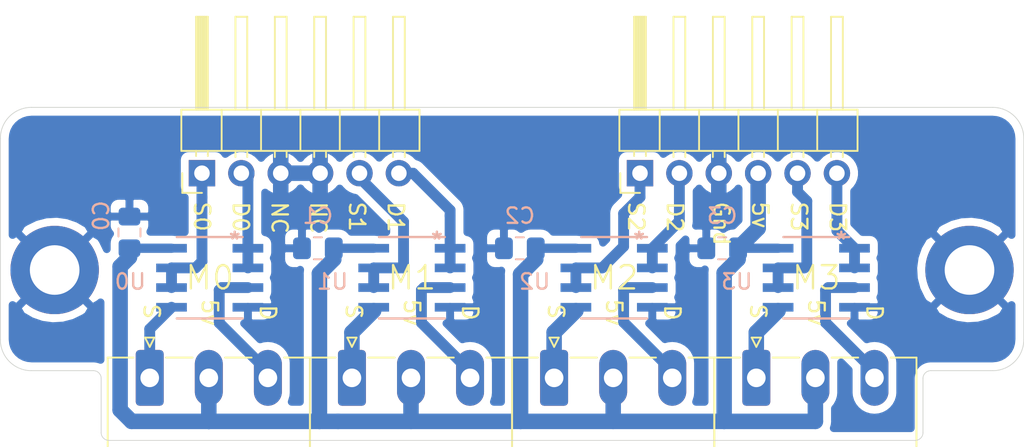
<source format=kicad_pcb>
(kicad_pcb (version 20171130) (host pcbnew "(5.1.5)-3")

  (general
    (thickness 1.6)
    (drawings 54)
    (tracks 106)
    (zones 0)
    (modules 16)
    (nets 19)
  )

  (page A4)
  (layers
    (0 F.Cu signal hide)
    (31 B.Cu signal)
    (32 B.Adhes user hide)
    (33 F.Adhes user hide)
    (34 B.Paste user hide)
    (35 F.Paste user hide)
    (36 B.SilkS user)
    (37 F.SilkS user)
    (38 B.Mask user hide)
    (39 F.Mask user hide)
    (40 Dwgs.User user hide)
    (41 Cmts.User user hide)
    (42 Eco1.User user hide)
    (43 Eco2.User user hide)
    (44 Edge.Cuts user)
    (45 Margin user hide)
    (46 B.CrtYd user hide)
    (47 F.CrtYd user hide)
    (48 B.Fab user hide)
    (49 F.Fab user hide)
  )

  (setup
    (last_trace_width 1)
    (user_trace_width 0.5)
    (user_trace_width 0.6)
    (user_trace_width 0.7)
    (user_trace_width 1)
    (trace_clearance 0.51)
    (zone_clearance 0.51)
    (zone_45_only no)
    (trace_min 0.2)
    (via_size 1.5)
    (via_drill 0.8)
    (via_min_size 0.4)
    (via_min_drill 0.3)
    (uvia_size 0.25)
    (uvia_drill 0.1)
    (uvias_allowed no)
    (uvia_min_size 0.2)
    (uvia_min_drill 0.1)
    (edge_width 0.05)
    (segment_width 0.2)
    (pcb_text_width 0.3)
    (pcb_text_size 1.5 1.5)
    (mod_edge_width 0.12)
    (mod_text_size 1 1)
    (mod_text_width 0.15)
    (pad_size 3.2 3.2)
    (pad_drill 3.2)
    (pad_to_mask_clearance 0.051)
    (solder_mask_min_width 0.25)
    (aux_axis_origin 120 126.5)
    (visible_elements 7FFFFF7F)
    (pcbplotparams
      (layerselection 0x010f0_ffffffff)
      (usegerberextensions false)
      (usegerberattributes false)
      (usegerberadvancedattributes false)
      (creategerberjobfile false)
      (excludeedgelayer true)
      (linewidth 0.100000)
      (plotframeref false)
      (viasonmask false)
      (mode 1)
      (useauxorigin true)
      (hpglpennumber 1)
      (hpglpenspeed 20)
      (hpglpendiameter 15.000000)
      (psnegative false)
      (psa4output false)
      (plotreference true)
      (plotvalue true)
      (plotinvisibletext false)
      (padsonsilk false)
      (subtractmaskfromsilk false)
      (outputformat 1)
      (mirror false)
      (drillshape 0)
      (scaleselection 1)
      (outputdirectory "outputs/"))
  )

  (net 0 "")
  (net 1 5v)
  (net 2 GND)
  (net 3 "Net-(SD0-Pad3)")
  (net 4 "Net-(SD1-Pad3)")
  (net 5 "Net-(SD2-Pad3)")
  (net 6 "Net-(SD3-Pad3)")
  (net 7 "Net-(SD0-Pad1)")
  (net 8 "Net-(SD1-Pad1)")
  (net 9 "Net-(SD2-Pad1)")
  (net 10 "Net-(SD3-Pad1)")
  (net 11 /LS3/in2)
  (net 12 /LS3/in1)
  (net 13 /LS2/in2)
  (net 14 /LS2/in1)
  (net 15 /LS1/in2)
  (net 16 /LS1/in1)
  (net 17 /LS0/in2)
  (net 18 /LS0/in1)

  (net_class Default "This is the default net class."
    (clearance 0.51)
    (trace_width 0.7)
    (via_dia 1.5)
    (via_drill 0.8)
    (uvia_dia 0.25)
    (uvia_drill 0.1)
    (add_net /LS0/in1)
    (add_net /LS0/in2)
    (add_net /LS1/in1)
    (add_net /LS1/in2)
    (add_net /LS2/in1)
    (add_net /LS2/in2)
    (add_net /LS3/in1)
    (add_net /LS3/in2)
    (add_net 5v)
    (add_net GND)
    (add_net "Net-(SD0-Pad1)")
    (add_net "Net-(SD0-Pad3)")
    (add_net "Net-(SD1-Pad1)")
    (add_net "Net-(SD1-Pad3)")
    (add_net "Net-(SD2-Pad1)")
    (add_net "Net-(SD2-Pad3)")
    (add_net "Net-(SD3-Pad1)")
    (add_net "Net-(SD3-Pad3)")
  )

  (module Connector_PinHeader_2.54mm:PinHeader_1x06_P2.54mm_Horizontal (layer F.Cu) (tedit 59FED5CB) (tstamp 5E703F5B)
    (at 132.5 109.25 90)
    (descr "Through hole angled pin header, 1x06, 2.54mm pitch, 6mm pin length, single row")
    (tags "Through hole angled pin header THT 1x06 2.54mm single row")
    (path /5E70E42C)
    (fp_text reference J1 (at 4.385 -2.27 90) (layer F.SilkS) hide
      (effects (font (size 1 1) (thickness 0.15)))
    )
    (fp_text value Conn_01x06 (at 4.385 14.97 90) (layer F.Fab)
      (effects (font (size 1 1) (thickness 0.15)))
    )
    (fp_text user %R (at 2.77 6.35) (layer F.Fab)
      (effects (font (size 1 1) (thickness 0.15)))
    )
    (fp_line (start 10.55 -1.8) (end -1.8 -1.8) (layer F.CrtYd) (width 0.05))
    (fp_line (start 10.55 14.5) (end 10.55 -1.8) (layer F.CrtYd) (width 0.05))
    (fp_line (start -1.8 14.5) (end 10.55 14.5) (layer F.CrtYd) (width 0.05))
    (fp_line (start -1.8 -1.8) (end -1.8 14.5) (layer F.CrtYd) (width 0.05))
    (fp_line (start -1.27 -1.27) (end 0 -1.27) (layer F.SilkS) (width 0.12))
    (fp_line (start -1.27 0) (end -1.27 -1.27) (layer F.SilkS) (width 0.12))
    (fp_line (start 1.042929 13.08) (end 1.44 13.08) (layer F.SilkS) (width 0.12))
    (fp_line (start 1.042929 12.32) (end 1.44 12.32) (layer F.SilkS) (width 0.12))
    (fp_line (start 10.1 13.08) (end 4.1 13.08) (layer F.SilkS) (width 0.12))
    (fp_line (start 10.1 12.32) (end 10.1 13.08) (layer F.SilkS) (width 0.12))
    (fp_line (start 4.1 12.32) (end 10.1 12.32) (layer F.SilkS) (width 0.12))
    (fp_line (start 1.44 11.43) (end 4.1 11.43) (layer F.SilkS) (width 0.12))
    (fp_line (start 1.042929 10.54) (end 1.44 10.54) (layer F.SilkS) (width 0.12))
    (fp_line (start 1.042929 9.78) (end 1.44 9.78) (layer F.SilkS) (width 0.12))
    (fp_line (start 10.1 10.54) (end 4.1 10.54) (layer F.SilkS) (width 0.12))
    (fp_line (start 10.1 9.78) (end 10.1 10.54) (layer F.SilkS) (width 0.12))
    (fp_line (start 4.1 9.78) (end 10.1 9.78) (layer F.SilkS) (width 0.12))
    (fp_line (start 1.44 8.89) (end 4.1 8.89) (layer F.SilkS) (width 0.12))
    (fp_line (start 1.042929 8) (end 1.44 8) (layer F.SilkS) (width 0.12))
    (fp_line (start 1.042929 7.24) (end 1.44 7.24) (layer F.SilkS) (width 0.12))
    (fp_line (start 10.1 8) (end 4.1 8) (layer F.SilkS) (width 0.12))
    (fp_line (start 10.1 7.24) (end 10.1 8) (layer F.SilkS) (width 0.12))
    (fp_line (start 4.1 7.24) (end 10.1 7.24) (layer F.SilkS) (width 0.12))
    (fp_line (start 1.44 6.35) (end 4.1 6.35) (layer F.SilkS) (width 0.12))
    (fp_line (start 1.042929 5.46) (end 1.44 5.46) (layer F.SilkS) (width 0.12))
    (fp_line (start 1.042929 4.7) (end 1.44 4.7) (layer F.SilkS) (width 0.12))
    (fp_line (start 10.1 5.46) (end 4.1 5.46) (layer F.SilkS) (width 0.12))
    (fp_line (start 10.1 4.7) (end 10.1 5.46) (layer F.SilkS) (width 0.12))
    (fp_line (start 4.1 4.7) (end 10.1 4.7) (layer F.SilkS) (width 0.12))
    (fp_line (start 1.44 3.81) (end 4.1 3.81) (layer F.SilkS) (width 0.12))
    (fp_line (start 1.042929 2.92) (end 1.44 2.92) (layer F.SilkS) (width 0.12))
    (fp_line (start 1.042929 2.16) (end 1.44 2.16) (layer F.SilkS) (width 0.12))
    (fp_line (start 10.1 2.92) (end 4.1 2.92) (layer F.SilkS) (width 0.12))
    (fp_line (start 10.1 2.16) (end 10.1 2.92) (layer F.SilkS) (width 0.12))
    (fp_line (start 4.1 2.16) (end 10.1 2.16) (layer F.SilkS) (width 0.12))
    (fp_line (start 1.44 1.27) (end 4.1 1.27) (layer F.SilkS) (width 0.12))
    (fp_line (start 1.11 0.38) (end 1.44 0.38) (layer F.SilkS) (width 0.12))
    (fp_line (start 1.11 -0.38) (end 1.44 -0.38) (layer F.SilkS) (width 0.12))
    (fp_line (start 4.1 0.28) (end 10.1 0.28) (layer F.SilkS) (width 0.12))
    (fp_line (start 4.1 0.16) (end 10.1 0.16) (layer F.SilkS) (width 0.12))
    (fp_line (start 4.1 0.04) (end 10.1 0.04) (layer F.SilkS) (width 0.12))
    (fp_line (start 4.1 -0.08) (end 10.1 -0.08) (layer F.SilkS) (width 0.12))
    (fp_line (start 4.1 -0.2) (end 10.1 -0.2) (layer F.SilkS) (width 0.12))
    (fp_line (start 4.1 -0.32) (end 10.1 -0.32) (layer F.SilkS) (width 0.12))
    (fp_line (start 10.1 0.38) (end 4.1 0.38) (layer F.SilkS) (width 0.12))
    (fp_line (start 10.1 -0.38) (end 10.1 0.38) (layer F.SilkS) (width 0.12))
    (fp_line (start 4.1 -0.38) (end 10.1 -0.38) (layer F.SilkS) (width 0.12))
    (fp_line (start 4.1 -1.33) (end 1.44 -1.33) (layer F.SilkS) (width 0.12))
    (fp_line (start 4.1 14.03) (end 4.1 -1.33) (layer F.SilkS) (width 0.12))
    (fp_line (start 1.44 14.03) (end 4.1 14.03) (layer F.SilkS) (width 0.12))
    (fp_line (start 1.44 -1.33) (end 1.44 14.03) (layer F.SilkS) (width 0.12))
    (fp_line (start 4.04 13.02) (end 10.04 13.02) (layer F.Fab) (width 0.1))
    (fp_line (start 10.04 12.38) (end 10.04 13.02) (layer F.Fab) (width 0.1))
    (fp_line (start 4.04 12.38) (end 10.04 12.38) (layer F.Fab) (width 0.1))
    (fp_line (start -0.32 13.02) (end 1.5 13.02) (layer F.Fab) (width 0.1))
    (fp_line (start -0.32 12.38) (end -0.32 13.02) (layer F.Fab) (width 0.1))
    (fp_line (start -0.32 12.38) (end 1.5 12.38) (layer F.Fab) (width 0.1))
    (fp_line (start 4.04 10.48) (end 10.04 10.48) (layer F.Fab) (width 0.1))
    (fp_line (start 10.04 9.84) (end 10.04 10.48) (layer F.Fab) (width 0.1))
    (fp_line (start 4.04 9.84) (end 10.04 9.84) (layer F.Fab) (width 0.1))
    (fp_line (start -0.32 10.48) (end 1.5 10.48) (layer F.Fab) (width 0.1))
    (fp_line (start -0.32 9.84) (end -0.32 10.48) (layer F.Fab) (width 0.1))
    (fp_line (start -0.32 9.84) (end 1.5 9.84) (layer F.Fab) (width 0.1))
    (fp_line (start 4.04 7.94) (end 10.04 7.94) (layer F.Fab) (width 0.1))
    (fp_line (start 10.04 7.3) (end 10.04 7.94) (layer F.Fab) (width 0.1))
    (fp_line (start 4.04 7.3) (end 10.04 7.3) (layer F.Fab) (width 0.1))
    (fp_line (start -0.32 7.94) (end 1.5 7.94) (layer F.Fab) (width 0.1))
    (fp_line (start -0.32 7.3) (end -0.32 7.94) (layer F.Fab) (width 0.1))
    (fp_line (start -0.32 7.3) (end 1.5 7.3) (layer F.Fab) (width 0.1))
    (fp_line (start 4.04 5.4) (end 10.04 5.4) (layer F.Fab) (width 0.1))
    (fp_line (start 10.04 4.76) (end 10.04 5.4) (layer F.Fab) (width 0.1))
    (fp_line (start 4.04 4.76) (end 10.04 4.76) (layer F.Fab) (width 0.1))
    (fp_line (start -0.32 5.4) (end 1.5 5.4) (layer F.Fab) (width 0.1))
    (fp_line (start -0.32 4.76) (end -0.32 5.4) (layer F.Fab) (width 0.1))
    (fp_line (start -0.32 4.76) (end 1.5 4.76) (layer F.Fab) (width 0.1))
    (fp_line (start 4.04 2.86) (end 10.04 2.86) (layer F.Fab) (width 0.1))
    (fp_line (start 10.04 2.22) (end 10.04 2.86) (layer F.Fab) (width 0.1))
    (fp_line (start 4.04 2.22) (end 10.04 2.22) (layer F.Fab) (width 0.1))
    (fp_line (start -0.32 2.86) (end 1.5 2.86) (layer F.Fab) (width 0.1))
    (fp_line (start -0.32 2.22) (end -0.32 2.86) (layer F.Fab) (width 0.1))
    (fp_line (start -0.32 2.22) (end 1.5 2.22) (layer F.Fab) (width 0.1))
    (fp_line (start 4.04 0.32) (end 10.04 0.32) (layer F.Fab) (width 0.1))
    (fp_line (start 10.04 -0.32) (end 10.04 0.32) (layer F.Fab) (width 0.1))
    (fp_line (start 4.04 -0.32) (end 10.04 -0.32) (layer F.Fab) (width 0.1))
    (fp_line (start -0.32 0.32) (end 1.5 0.32) (layer F.Fab) (width 0.1))
    (fp_line (start -0.32 -0.32) (end -0.32 0.32) (layer F.Fab) (width 0.1))
    (fp_line (start -0.32 -0.32) (end 1.5 -0.32) (layer F.Fab) (width 0.1))
    (fp_line (start 1.5 -0.635) (end 2.135 -1.27) (layer F.Fab) (width 0.1))
    (fp_line (start 1.5 13.97) (end 1.5 -0.635) (layer F.Fab) (width 0.1))
    (fp_line (start 4.04 13.97) (end 1.5 13.97) (layer F.Fab) (width 0.1))
    (fp_line (start 4.04 -1.27) (end 4.04 13.97) (layer F.Fab) (width 0.1))
    (fp_line (start 2.135 -1.27) (end 4.04 -1.27) (layer F.Fab) (width 0.1))
    (pad 6 thru_hole oval (at 0 12.7 90) (size 1.7 1.7) (drill 1) (layers *.Cu *.Mask)
      (net 15 /LS1/in2))
    (pad 5 thru_hole oval (at 0 10.16 90) (size 1.7 1.7) (drill 1) (layers *.Cu *.Mask)
      (net 16 /LS1/in1))
    (pad 4 thru_hole oval (at 0 7.62 90) (size 1.7 1.7) (drill 1) (layers *.Cu *.Mask)
      (net 2 GND))
    (pad 3 thru_hole oval (at 0 5.08 90) (size 1.7 1.7) (drill 1) (layers *.Cu *.Mask)
      (net 2 GND))
    (pad 2 thru_hole oval (at 0 2.54 90) (size 1.7 1.7) (drill 1) (layers *.Cu *.Mask)
      (net 17 /LS0/in2))
    (pad 1 thru_hole rect (at 0 0 90) (size 1.7 1.7) (drill 1) (layers *.Cu *.Mask)
      (net 18 /LS0/in1))
    (model ${KISYS3DMOD}/Connector_PinHeader_2.54mm.3dshapes/PinHeader_1x06_P2.54mm_Horizontal.wrl
      (at (xyz 0 0 0))
      (scale (xyz 1 1 1))
      (rotate (xyz 0 0 0))
    )
  )

  (module Connector_PinHeader_2.54mm:PinHeader_1x06_P2.54mm_Horizontal (layer F.Cu) (tedit 59FED5CB) (tstamp 5E7027F1)
    (at 160.75 109.25 90)
    (descr "Through hole angled pin header, 1x06, 2.54mm pitch, 6mm pin length, single row")
    (tags "Through hole angled pin header THT 1x06 2.54mm single row")
    (path /5E707B0B)
    (fp_text reference J2 (at 4.385 -2.27 90) (layer F.SilkS) hide
      (effects (font (size 1 1) (thickness 0.15)))
    )
    (fp_text value Conn_01x06 (at 4.385 14.97 90) (layer F.Fab)
      (effects (font (size 1 1) (thickness 0.15)))
    )
    (fp_text user %R (at 2.77 6.35) (layer F.Fab)
      (effects (font (size 1 1) (thickness 0.15)))
    )
    (fp_line (start 10.55 -1.8) (end -1.8 -1.8) (layer F.CrtYd) (width 0.05))
    (fp_line (start 10.55 14.5) (end 10.55 -1.8) (layer F.CrtYd) (width 0.05))
    (fp_line (start -1.8 14.5) (end 10.55 14.5) (layer F.CrtYd) (width 0.05))
    (fp_line (start -1.8 -1.8) (end -1.8 14.5) (layer F.CrtYd) (width 0.05))
    (fp_line (start -1.27 -1.27) (end 0 -1.27) (layer F.SilkS) (width 0.12))
    (fp_line (start -1.27 0) (end -1.27 -1.27) (layer F.SilkS) (width 0.12))
    (fp_line (start 1.042929 13.08) (end 1.44 13.08) (layer F.SilkS) (width 0.12))
    (fp_line (start 1.042929 12.32) (end 1.44 12.32) (layer F.SilkS) (width 0.12))
    (fp_line (start 10.1 13.08) (end 4.1 13.08) (layer F.SilkS) (width 0.12))
    (fp_line (start 10.1 12.32) (end 10.1 13.08) (layer F.SilkS) (width 0.12))
    (fp_line (start 4.1 12.32) (end 10.1 12.32) (layer F.SilkS) (width 0.12))
    (fp_line (start 1.44 11.43) (end 4.1 11.43) (layer F.SilkS) (width 0.12))
    (fp_line (start 1.042929 10.54) (end 1.44 10.54) (layer F.SilkS) (width 0.12))
    (fp_line (start 1.042929 9.78) (end 1.44 9.78) (layer F.SilkS) (width 0.12))
    (fp_line (start 10.1 10.54) (end 4.1 10.54) (layer F.SilkS) (width 0.12))
    (fp_line (start 10.1 9.78) (end 10.1 10.54) (layer F.SilkS) (width 0.12))
    (fp_line (start 4.1 9.78) (end 10.1 9.78) (layer F.SilkS) (width 0.12))
    (fp_line (start 1.44 8.89) (end 4.1 8.89) (layer F.SilkS) (width 0.12))
    (fp_line (start 1.042929 8) (end 1.44 8) (layer F.SilkS) (width 0.12))
    (fp_line (start 1.042929 7.24) (end 1.44 7.24) (layer F.SilkS) (width 0.12))
    (fp_line (start 10.1 8) (end 4.1 8) (layer F.SilkS) (width 0.12))
    (fp_line (start 10.1 7.24) (end 10.1 8) (layer F.SilkS) (width 0.12))
    (fp_line (start 4.1 7.24) (end 10.1 7.24) (layer F.SilkS) (width 0.12))
    (fp_line (start 1.44 6.35) (end 4.1 6.35) (layer F.SilkS) (width 0.12))
    (fp_line (start 1.042929 5.46) (end 1.44 5.46) (layer F.SilkS) (width 0.12))
    (fp_line (start 1.042929 4.7) (end 1.44 4.7) (layer F.SilkS) (width 0.12))
    (fp_line (start 10.1 5.46) (end 4.1 5.46) (layer F.SilkS) (width 0.12))
    (fp_line (start 10.1 4.7) (end 10.1 5.46) (layer F.SilkS) (width 0.12))
    (fp_line (start 4.1 4.7) (end 10.1 4.7) (layer F.SilkS) (width 0.12))
    (fp_line (start 1.44 3.81) (end 4.1 3.81) (layer F.SilkS) (width 0.12))
    (fp_line (start 1.042929 2.92) (end 1.44 2.92) (layer F.SilkS) (width 0.12))
    (fp_line (start 1.042929 2.16) (end 1.44 2.16) (layer F.SilkS) (width 0.12))
    (fp_line (start 10.1 2.92) (end 4.1 2.92) (layer F.SilkS) (width 0.12))
    (fp_line (start 10.1 2.16) (end 10.1 2.92) (layer F.SilkS) (width 0.12))
    (fp_line (start 4.1 2.16) (end 10.1 2.16) (layer F.SilkS) (width 0.12))
    (fp_line (start 1.44 1.27) (end 4.1 1.27) (layer F.SilkS) (width 0.12))
    (fp_line (start 1.11 0.38) (end 1.44 0.38) (layer F.SilkS) (width 0.12))
    (fp_line (start 1.11 -0.38) (end 1.44 -0.38) (layer F.SilkS) (width 0.12))
    (fp_line (start 4.1 0.28) (end 10.1 0.28) (layer F.SilkS) (width 0.12))
    (fp_line (start 4.1 0.16) (end 10.1 0.16) (layer F.SilkS) (width 0.12))
    (fp_line (start 4.1 0.04) (end 10.1 0.04) (layer F.SilkS) (width 0.12))
    (fp_line (start 4.1 -0.08) (end 10.1 -0.08) (layer F.SilkS) (width 0.12))
    (fp_line (start 4.1 -0.2) (end 10.1 -0.2) (layer F.SilkS) (width 0.12))
    (fp_line (start 4.1 -0.32) (end 10.1 -0.32) (layer F.SilkS) (width 0.12))
    (fp_line (start 10.1 0.38) (end 4.1 0.38) (layer F.SilkS) (width 0.12))
    (fp_line (start 10.1 -0.38) (end 10.1 0.38) (layer F.SilkS) (width 0.12))
    (fp_line (start 4.1 -0.38) (end 10.1 -0.38) (layer F.SilkS) (width 0.12))
    (fp_line (start 4.1 -1.33) (end 1.44 -1.33) (layer F.SilkS) (width 0.12))
    (fp_line (start 4.1 14.03) (end 4.1 -1.33) (layer F.SilkS) (width 0.12))
    (fp_line (start 1.44 14.03) (end 4.1 14.03) (layer F.SilkS) (width 0.12))
    (fp_line (start 1.44 -1.33) (end 1.44 14.03) (layer F.SilkS) (width 0.12))
    (fp_line (start 4.04 13.02) (end 10.04 13.02) (layer F.Fab) (width 0.1))
    (fp_line (start 10.04 12.38) (end 10.04 13.02) (layer F.Fab) (width 0.1))
    (fp_line (start 4.04 12.38) (end 10.04 12.38) (layer F.Fab) (width 0.1))
    (fp_line (start -0.32 13.02) (end 1.5 13.02) (layer F.Fab) (width 0.1))
    (fp_line (start -0.32 12.38) (end -0.32 13.02) (layer F.Fab) (width 0.1))
    (fp_line (start -0.32 12.38) (end 1.5 12.38) (layer F.Fab) (width 0.1))
    (fp_line (start 4.04 10.48) (end 10.04 10.48) (layer F.Fab) (width 0.1))
    (fp_line (start 10.04 9.84) (end 10.04 10.48) (layer F.Fab) (width 0.1))
    (fp_line (start 4.04 9.84) (end 10.04 9.84) (layer F.Fab) (width 0.1))
    (fp_line (start -0.32 10.48) (end 1.5 10.48) (layer F.Fab) (width 0.1))
    (fp_line (start -0.32 9.84) (end -0.32 10.48) (layer F.Fab) (width 0.1))
    (fp_line (start -0.32 9.84) (end 1.5 9.84) (layer F.Fab) (width 0.1))
    (fp_line (start 4.04 7.94) (end 10.04 7.94) (layer F.Fab) (width 0.1))
    (fp_line (start 10.04 7.3) (end 10.04 7.94) (layer F.Fab) (width 0.1))
    (fp_line (start 4.04 7.3) (end 10.04 7.3) (layer F.Fab) (width 0.1))
    (fp_line (start -0.32 7.94) (end 1.5 7.94) (layer F.Fab) (width 0.1))
    (fp_line (start -0.32 7.3) (end -0.32 7.94) (layer F.Fab) (width 0.1))
    (fp_line (start -0.32 7.3) (end 1.5 7.3) (layer F.Fab) (width 0.1))
    (fp_line (start 4.04 5.4) (end 10.04 5.4) (layer F.Fab) (width 0.1))
    (fp_line (start 10.04 4.76) (end 10.04 5.4) (layer F.Fab) (width 0.1))
    (fp_line (start 4.04 4.76) (end 10.04 4.76) (layer F.Fab) (width 0.1))
    (fp_line (start -0.32 5.4) (end 1.5 5.4) (layer F.Fab) (width 0.1))
    (fp_line (start -0.32 4.76) (end -0.32 5.4) (layer F.Fab) (width 0.1))
    (fp_line (start -0.32 4.76) (end 1.5 4.76) (layer F.Fab) (width 0.1))
    (fp_line (start 4.04 2.86) (end 10.04 2.86) (layer F.Fab) (width 0.1))
    (fp_line (start 10.04 2.22) (end 10.04 2.86) (layer F.Fab) (width 0.1))
    (fp_line (start 4.04 2.22) (end 10.04 2.22) (layer F.Fab) (width 0.1))
    (fp_line (start -0.32 2.86) (end 1.5 2.86) (layer F.Fab) (width 0.1))
    (fp_line (start -0.32 2.22) (end -0.32 2.86) (layer F.Fab) (width 0.1))
    (fp_line (start -0.32 2.22) (end 1.5 2.22) (layer F.Fab) (width 0.1))
    (fp_line (start 4.04 0.32) (end 10.04 0.32) (layer F.Fab) (width 0.1))
    (fp_line (start 10.04 -0.32) (end 10.04 0.32) (layer F.Fab) (width 0.1))
    (fp_line (start 4.04 -0.32) (end 10.04 -0.32) (layer F.Fab) (width 0.1))
    (fp_line (start -0.32 0.32) (end 1.5 0.32) (layer F.Fab) (width 0.1))
    (fp_line (start -0.32 -0.32) (end -0.32 0.32) (layer F.Fab) (width 0.1))
    (fp_line (start -0.32 -0.32) (end 1.5 -0.32) (layer F.Fab) (width 0.1))
    (fp_line (start 1.5 -0.635) (end 2.135 -1.27) (layer F.Fab) (width 0.1))
    (fp_line (start 1.5 13.97) (end 1.5 -0.635) (layer F.Fab) (width 0.1))
    (fp_line (start 4.04 13.97) (end 1.5 13.97) (layer F.Fab) (width 0.1))
    (fp_line (start 4.04 -1.27) (end 4.04 13.97) (layer F.Fab) (width 0.1))
    (fp_line (start 2.135 -1.27) (end 4.04 -1.27) (layer F.Fab) (width 0.1))
    (pad 6 thru_hole oval (at 0 12.7 90) (size 1.7 1.7) (drill 1) (layers *.Cu *.Mask)
      (net 11 /LS3/in2))
    (pad 5 thru_hole oval (at 0 10.16 90) (size 1.7 1.7) (drill 1) (layers *.Cu *.Mask)
      (net 12 /LS3/in1))
    (pad 4 thru_hole oval (at 0 7.62 90) (size 1.7 1.7) (drill 1) (layers *.Cu *.Mask)
      (net 1 5v))
    (pad 3 thru_hole oval (at 0 5.08 90) (size 1.7 1.7) (drill 1) (layers *.Cu *.Mask)
      (net 2 GND))
    (pad 2 thru_hole oval (at 0 2.54 90) (size 1.7 1.7) (drill 1) (layers *.Cu *.Mask)
      (net 13 /LS2/in2))
    (pad 1 thru_hole rect (at 0 0 90) (size 1.7 1.7) (drill 1) (layers *.Cu *.Mask)
      (net 14 /LS2/in1))
    (model ${KISYS3DMOD}/Connector_PinHeader_2.54mm.3dshapes/PinHeader_1x06_P2.54mm_Horizontal.wrl
      (at (xyz 0 0 0))
      (scale (xyz 1 1 1))
      (rotate (xyz 0 0 0))
    )
  )

  (module Capacitor_SMD:C_0805_2012Metric_Pad1.15x1.40mm_HandSolder (layer B.Cu) (tedit 5B36C52B) (tstamp 5E6FFB62)
    (at 153 114.1)
    (descr "Capacitor SMD 0805 (2012 Metric), square (rectangular) end terminal, IPC_7351 nominal with elongated pad for handsoldering. (Body size source: https://docs.google.com/spreadsheets/d/1BsfQQcO9C6DZCsRaXUlFlo91Tg2WpOkGARC1WS5S8t0/edit?usp=sharing), generated with kicad-footprint-generator")
    (tags "capacitor handsolder")
    (path /5E2BEDEA/5E6F8E11)
    (attr smd)
    (fp_text reference C2 (at 0 -2.1) (layer B.SilkS)
      (effects (font (size 1 1) (thickness 0.15)) (justify mirror))
    )
    (fp_text value 0.1uF (at 0 -1.65) (layer B.Fab)
      (effects (font (size 1 1) (thickness 0.15)) (justify mirror))
    )
    (fp_text user %R (at 0 0) (layer B.Fab)
      (effects (font (size 0.5 0.5) (thickness 0.08)) (justify mirror))
    )
    (fp_line (start 1.85 -0.95) (end -1.85 -0.95) (layer B.CrtYd) (width 0.05))
    (fp_line (start 1.85 0.95) (end 1.85 -0.95) (layer B.CrtYd) (width 0.05))
    (fp_line (start -1.85 0.95) (end 1.85 0.95) (layer B.CrtYd) (width 0.05))
    (fp_line (start -1.85 -0.95) (end -1.85 0.95) (layer B.CrtYd) (width 0.05))
    (fp_line (start -0.261252 -0.71) (end 0.261252 -0.71) (layer B.SilkS) (width 0.12))
    (fp_line (start -0.261252 0.71) (end 0.261252 0.71) (layer B.SilkS) (width 0.12))
    (fp_line (start 1 -0.6) (end -1 -0.6) (layer B.Fab) (width 0.1))
    (fp_line (start 1 0.6) (end 1 -0.6) (layer B.Fab) (width 0.1))
    (fp_line (start -1 0.6) (end 1 0.6) (layer B.Fab) (width 0.1))
    (fp_line (start -1 -0.6) (end -1 0.6) (layer B.Fab) (width 0.1))
    (pad 2 smd roundrect (at 1.025 0) (size 1.15 1.4) (layers B.Cu B.Paste B.Mask) (roundrect_rratio 0.217391)
      (net 1 5v))
    (pad 1 smd roundrect (at -1.025 0) (size 1.15 1.4) (layers B.Cu B.Paste B.Mask) (roundrect_rratio 0.217391)
      (net 2 GND))
    (model ${KISYS3DMOD}/Capacitor_SMD.3dshapes/C_0805_2012Metric.wrl
      (at (xyz 0 0 0))
      (scale (xyz 1 1 1))
      (rotate (xyz 0 0 0))
    )
  )

  (module footprints:SN75451BDR (layer B.Cu) (tedit 5E67B5E3) (tstamp 5E67ED80)
    (at 159.08 116 180)
    (path /5E2BEDEA/5E613244)
    (fp_text reference U2 (at 5.125 -0.25) (layer B.SilkS)
      (effects (font (size 1 1) (thickness 0.15)) (justify mirror))
    )
    (fp_text value SN75451BDR (at 0 0) (layer B.SilkS) hide
      (effects (font (size 1 1) (thickness 0.15)) (justify mirror))
    )
    (fp_arc (start 0 2.5019) (end 0.3048 2.5019) (angle -180) (layer B.Fab) (width 0.1524))
    (fp_line (start -2.2479 -2.5908) (end -3.7084 -2.5908) (layer B.CrtYd) (width 0.1524))
    (fp_line (start -2.2479 -2.7559) (end -2.2479 -2.5908) (layer B.CrtYd) (width 0.1524))
    (fp_line (start 2.2479 -2.7559) (end -2.2479 -2.7559) (layer B.CrtYd) (width 0.1524))
    (fp_line (start 2.2479 -2.5908) (end 2.2479 -2.7559) (layer B.CrtYd) (width 0.1524))
    (fp_line (start 3.7084 -2.5908) (end 2.2479 -2.5908) (layer B.CrtYd) (width 0.1524))
    (fp_line (start 3.7084 2.5908) (end 3.7084 -2.5908) (layer B.CrtYd) (width 0.1524))
    (fp_line (start 2.2479 2.5908) (end 3.7084 2.5908) (layer B.CrtYd) (width 0.1524))
    (fp_line (start 2.2479 2.7559) (end 2.2479 2.5908) (layer B.CrtYd) (width 0.1524))
    (fp_line (start -2.2479 2.7559) (end 2.2479 2.7559) (layer B.CrtYd) (width 0.1524))
    (fp_line (start -2.2479 2.5908) (end -2.2479 2.7559) (layer B.CrtYd) (width 0.1524))
    (fp_line (start -3.7084 2.5908) (end -2.2479 2.5908) (layer B.CrtYd) (width 0.1524))
    (fp_line (start -3.7084 -2.5908) (end -3.7084 2.5908) (layer B.CrtYd) (width 0.1524))
    (fp_line (start -1.9939 2.5019) (end -1.9939 -2.5019) (layer B.Fab) (width 0.1524))
    (fp_line (start 1.9939 2.5019) (end -1.9939 2.5019) (layer B.Fab) (width 0.1524))
    (fp_line (start 1.9939 -2.5019) (end 1.9939 2.5019) (layer B.Fab) (width 0.1524))
    (fp_line (start -1.9939 -2.5019) (end 1.9939 -2.5019) (layer B.Fab) (width 0.1524))
    (fp_line (start 2.1209 2.6289) (end -2.1209 2.6289) (layer B.SilkS) (width 0.1524))
    (fp_line (start -2.1209 -2.6289) (end 2.1209 -2.6289) (layer B.SilkS) (width 0.1524))
    (fp_line (start 3.0988 2.159) (end 1.9939 2.159) (layer B.Fab) (width 0.1524))
    (fp_line (start 3.0988 1.651) (end 3.0988 2.159) (layer B.Fab) (width 0.1524))
    (fp_line (start 1.9939 1.651) (end 3.0988 1.651) (layer B.Fab) (width 0.1524))
    (fp_line (start 1.9939 2.159) (end 1.9939 1.651) (layer B.Fab) (width 0.1524))
    (fp_line (start 3.0988 0.889) (end 1.9939 0.889) (layer B.Fab) (width 0.1524))
    (fp_line (start 3.0988 0.381) (end 3.0988 0.889) (layer B.Fab) (width 0.1524))
    (fp_line (start 1.9939 0.381) (end 3.0988 0.381) (layer B.Fab) (width 0.1524))
    (fp_line (start 1.9939 0.889) (end 1.9939 0.381) (layer B.Fab) (width 0.1524))
    (fp_line (start 3.0988 -0.381) (end 1.9939 -0.381) (layer B.Fab) (width 0.1524))
    (fp_line (start 3.0988 -0.889) (end 3.0988 -0.381) (layer B.Fab) (width 0.1524))
    (fp_line (start 1.9939 -0.889) (end 3.0988 -0.889) (layer B.Fab) (width 0.1524))
    (fp_line (start 1.9939 -0.381) (end 1.9939 -0.889) (layer B.Fab) (width 0.1524))
    (fp_line (start 3.0988 -1.651) (end 1.9939 -1.651) (layer B.Fab) (width 0.1524))
    (fp_line (start 3.0988 -2.159) (end 3.0988 -1.651) (layer B.Fab) (width 0.1524))
    (fp_line (start 1.9939 -2.159) (end 3.0988 -2.159) (layer B.Fab) (width 0.1524))
    (fp_line (start 1.9939 -1.651) (end 1.9939 -2.159) (layer B.Fab) (width 0.1524))
    (fp_line (start -3.0988 -2.159) (end -1.9939 -2.159) (layer B.Fab) (width 0.1524))
    (fp_line (start -3.0988 -1.651) (end -3.0988 -2.159) (layer B.Fab) (width 0.1524))
    (fp_line (start -1.9939 -1.651) (end -3.0988 -1.651) (layer B.Fab) (width 0.1524))
    (fp_line (start -1.9939 -2.159) (end -1.9939 -1.651) (layer B.Fab) (width 0.1524))
    (fp_line (start -3.0988 -0.889) (end -1.9939 -0.889) (layer B.Fab) (width 0.1524))
    (fp_line (start -3.0988 -0.381) (end -3.0988 -0.889) (layer B.Fab) (width 0.1524))
    (fp_line (start -1.9939 -0.381) (end -3.0988 -0.381) (layer B.Fab) (width 0.1524))
    (fp_line (start -1.9939 -0.889) (end -1.9939 -0.381) (layer B.Fab) (width 0.1524))
    (fp_line (start -3.0988 0.381) (end -1.9939 0.381) (layer B.Fab) (width 0.1524))
    (fp_line (start -3.0988 0.889) (end -3.0988 0.381) (layer B.Fab) (width 0.1524))
    (fp_line (start -1.9939 0.889) (end -3.0988 0.889) (layer B.Fab) (width 0.1524))
    (fp_line (start -1.9939 0.381) (end -1.9939 0.889) (layer B.Fab) (width 0.1524))
    (fp_line (start -3.0988 1.651) (end -1.9939 1.651) (layer B.Fab) (width 0.1524))
    (fp_line (start -3.0988 2.159) (end -3.0988 1.651) (layer B.Fab) (width 0.1524))
    (fp_line (start -1.9939 2.159) (end -3.0988 2.159) (layer B.Fab) (width 0.1524))
    (fp_line (start -1.9939 1.651) (end -1.9939 2.159) (layer B.Fab) (width 0.1524))
    (fp_text user * (at -1.6129 2.4257) (layer B.SilkS)
      (effects (font (size 1 1) (thickness 0.15)) (justify mirror))
    )
    (fp_text user * (at -1.6129 2.4257) (layer B.Fab)
      (effects (font (size 1 1) (thickness 0.15)) (justify mirror))
    )
    (fp_text user 0.078in/1.981mm (at -2.4638 -4.9149) (layer Dwgs.User)
      (effects (font (size 1 1) (thickness 0.15)))
    )
    (fp_text user 0.194in/4.928mm (at 0 4.9149) (layer Dwgs.User)
      (effects (font (size 1 1) (thickness 0.15)))
    )
    (fp_text user 0.022in/0.559mm (at 5.5118 1.905) (layer Dwgs.User)
      (effects (font (size 1 1) (thickness 0.15)))
    )
    (fp_text user 0.05in/1.27mm (at -5.5118 1.27) (layer Dwgs.User)
      (effects (font (size 1 1) (thickness 0.15)))
    )
    (fp_text user * (at -1.6129 2.4257) (layer B.Fab)
      (effects (font (size 1 1) (thickness 0.15)) (justify mirror))
    )
    (fp_text user * (at -1.6129 2.4257) (layer B.SilkS)
      (effects (font (size 1 1) (thickness 0.15)) (justify mirror))
    )
    (fp_text user "Copyright 2016 Accelerated Designs. All rights reserved." (at 0 0) (layer Cmts.User)
      (effects (font (size 0.127 0.127) (thickness 0.002)))
    )
    (pad 8 smd rect (at 2.4638 1.905 180) (size 1.9812 0.5588) (layers B.Cu B.Paste B.Mask)
      (net 1 5v))
    (pad 7 smd rect (at 2.4638 0.635 180) (size 1.9812 0.5588) (layers B.Cu B.Paste B.Mask)
      (net 14 /LS2/in1))
    (pad 6 smd rect (at 2.4638 -0.635 180) (size 1.9812 0.5588) (layers B.Cu B.Paste B.Mask)
      (net 14 /LS2/in1))
    (pad 5 smd rect (at 2.4638 -1.905 180) (size 1.9812 0.5588) (layers B.Cu B.Paste B.Mask)
      (net 9 "Net-(SD2-Pad1)"))
    (pad 4 smd rect (at -2.4638 -1.905 180) (size 1.9812 0.5588) (layers B.Cu B.Paste B.Mask)
      (net 2 GND))
    (pad 3 smd rect (at -2.4638 -0.635 180) (size 1.9812 0.5588) (layers B.Cu B.Paste B.Mask)
      (net 5 "Net-(SD2-Pad3)"))
    (pad 2 smd rect (at -2.4638 0.635 180) (size 1.9812 0.5588) (layers B.Cu B.Paste B.Mask)
      (net 13 /LS2/in2))
    (pad 1 smd rect (at -2.4638 1.905 180) (size 1.9812 0.5588) (layers B.Cu B.Paste B.Mask)
      (net 13 /LS2/in2))
    (model ${KIPRJMOD}/footprints/D8-L.step
      (at (xyz 0 0 0))
      (scale (xyz 1 1 1))
      (rotate (xyz 0 0 0))
    )
  )

  (module Capacitor_SMD:C_0805_2012Metric_Pad1.15x1.40mm_HandSolder (layer B.Cu) (tedit 5B36C52B) (tstamp 5E701A2C)
    (at 166.05 114.1)
    (descr "Capacitor SMD 0805 (2012 Metric), square (rectangular) end terminal, IPC_7351 nominal with elongated pad for handsoldering. (Body size source: https://docs.google.com/spreadsheets/d/1BsfQQcO9C6DZCsRaXUlFlo91Tg2WpOkGARC1WS5S8t0/edit?usp=sharing), generated with kicad-footprint-generator")
    (tags "capacitor handsolder")
    (path /5E2BEE96/5E6F8E11)
    (attr smd)
    (fp_text reference C3 (at 0 -2.1) (layer B.SilkS)
      (effects (font (size 1 1) (thickness 0.15)) (justify mirror))
    )
    (fp_text value 0.1uF (at 0 -1.65) (layer B.Fab)
      (effects (font (size 1 1) (thickness 0.15)) (justify mirror))
    )
    (fp_text user %R (at 0 0) (layer B.Fab)
      (effects (font (size 0.5 0.5) (thickness 0.08)) (justify mirror))
    )
    (fp_line (start 1.85 -0.95) (end -1.85 -0.95) (layer B.CrtYd) (width 0.05))
    (fp_line (start 1.85 0.95) (end 1.85 -0.95) (layer B.CrtYd) (width 0.05))
    (fp_line (start -1.85 0.95) (end 1.85 0.95) (layer B.CrtYd) (width 0.05))
    (fp_line (start -1.85 -0.95) (end -1.85 0.95) (layer B.CrtYd) (width 0.05))
    (fp_line (start -0.261252 -0.71) (end 0.261252 -0.71) (layer B.SilkS) (width 0.12))
    (fp_line (start -0.261252 0.71) (end 0.261252 0.71) (layer B.SilkS) (width 0.12))
    (fp_line (start 1 -0.6) (end -1 -0.6) (layer B.Fab) (width 0.1))
    (fp_line (start 1 0.6) (end 1 -0.6) (layer B.Fab) (width 0.1))
    (fp_line (start -1 0.6) (end 1 0.6) (layer B.Fab) (width 0.1))
    (fp_line (start -1 -0.6) (end -1 0.6) (layer B.Fab) (width 0.1))
    (pad 2 smd roundrect (at 1.025 0) (size 1.15 1.4) (layers B.Cu B.Paste B.Mask) (roundrect_rratio 0.217391)
      (net 1 5v))
    (pad 1 smd roundrect (at -1.025 0) (size 1.15 1.4) (layers B.Cu B.Paste B.Mask) (roundrect_rratio 0.217391)
      (net 2 GND))
    (model ${KISYS3DMOD}/Capacitor_SMD.3dshapes/C_0805_2012Metric.wrl
      (at (xyz 0 0 0))
      (scale (xyz 1 1 1))
      (rotate (xyz 0 0 0))
    )
  )

  (module Capacitor_SMD:C_0805_2012Metric_Pad1.15x1.40mm_HandSolder (layer B.Cu) (tedit 5B36C52B) (tstamp 5E6FFB51)
    (at 139.975 114.1)
    (descr "Capacitor SMD 0805 (2012 Metric), square (rectangular) end terminal, IPC_7351 nominal with elongated pad for handsoldering. (Body size source: https://docs.google.com/spreadsheets/d/1BsfQQcO9C6DZCsRaXUlFlo91Tg2WpOkGARC1WS5S8t0/edit?usp=sharing), generated with kicad-footprint-generator")
    (tags "capacitor handsolder")
    (path /5E2BED6F/5E6F8E11)
    (attr smd)
    (fp_text reference C1 (at 0 -2.1) (layer B.SilkS)
      (effects (font (size 1 1) (thickness 0.15)) (justify mirror))
    )
    (fp_text value 0.1uF (at 0 -1.65) (layer B.Fab)
      (effects (font (size 1 1) (thickness 0.15)) (justify mirror))
    )
    (fp_text user %R (at 0 0) (layer B.Fab)
      (effects (font (size 0.5 0.5) (thickness 0.08)) (justify mirror))
    )
    (fp_line (start 1.85 -0.95) (end -1.85 -0.95) (layer B.CrtYd) (width 0.05))
    (fp_line (start 1.85 0.95) (end 1.85 -0.95) (layer B.CrtYd) (width 0.05))
    (fp_line (start -1.85 0.95) (end 1.85 0.95) (layer B.CrtYd) (width 0.05))
    (fp_line (start -1.85 -0.95) (end -1.85 0.95) (layer B.CrtYd) (width 0.05))
    (fp_line (start -0.261252 -0.71) (end 0.261252 -0.71) (layer B.SilkS) (width 0.12))
    (fp_line (start -0.261252 0.71) (end 0.261252 0.71) (layer B.SilkS) (width 0.12))
    (fp_line (start 1 -0.6) (end -1 -0.6) (layer B.Fab) (width 0.1))
    (fp_line (start 1 0.6) (end 1 -0.6) (layer B.Fab) (width 0.1))
    (fp_line (start -1 0.6) (end 1 0.6) (layer B.Fab) (width 0.1))
    (fp_line (start -1 -0.6) (end -1 0.6) (layer B.Fab) (width 0.1))
    (pad 2 smd roundrect (at 1.025 0) (size 1.15 1.4) (layers B.Cu B.Paste B.Mask) (roundrect_rratio 0.217391)
      (net 1 5v))
    (pad 1 smd roundrect (at -1.025 0) (size 1.15 1.4) (layers B.Cu B.Paste B.Mask) (roundrect_rratio 0.217391)
      (net 2 GND))
    (model ${KISYS3DMOD}/Capacitor_SMD.3dshapes/C_0805_2012Metric.wrl
      (at (xyz 0 0 0))
      (scale (xyz 1 1 1))
      (rotate (xyz 0 0 0))
    )
  )

  (module Capacitor_SMD:C_0805_2012Metric_Pad1.15x1.40mm_HandSolder (layer B.Cu) (tedit 5B36C52B) (tstamp 5E6FFB40)
    (at 127.825 113.075 270)
    (descr "Capacitor SMD 0805 (2012 Metric), square (rectangular) end terminal, IPC_7351 nominal with elongated pad for handsoldering. (Body size source: https://docs.google.com/spreadsheets/d/1BsfQQcO9C6DZCsRaXUlFlo91Tg2WpOkGARC1WS5S8t0/edit?usp=sharing), generated with kicad-footprint-generator")
    (tags "capacitor handsolder")
    (path /5E29E27E/5E6F8E11)
    (attr smd)
    (fp_text reference C0 (at -1.075 1.825 90) (layer B.SilkS)
      (effects (font (size 1 1) (thickness 0.15)) (justify mirror))
    )
    (fp_text value 0.1uF (at 0 -1.65 90) (layer B.Fab)
      (effects (font (size 1 1) (thickness 0.15)) (justify mirror))
    )
    (fp_text user %R (at 0 0 90) (layer B.Fab)
      (effects (font (size 0.5 0.5) (thickness 0.08)) (justify mirror))
    )
    (fp_line (start 1.85 -0.95) (end -1.85 -0.95) (layer B.CrtYd) (width 0.05))
    (fp_line (start 1.85 0.95) (end 1.85 -0.95) (layer B.CrtYd) (width 0.05))
    (fp_line (start -1.85 0.95) (end 1.85 0.95) (layer B.CrtYd) (width 0.05))
    (fp_line (start -1.85 -0.95) (end -1.85 0.95) (layer B.CrtYd) (width 0.05))
    (fp_line (start -0.261252 -0.71) (end 0.261252 -0.71) (layer B.SilkS) (width 0.12))
    (fp_line (start -0.261252 0.71) (end 0.261252 0.71) (layer B.SilkS) (width 0.12))
    (fp_line (start 1 -0.6) (end -1 -0.6) (layer B.Fab) (width 0.1))
    (fp_line (start 1 0.6) (end 1 -0.6) (layer B.Fab) (width 0.1))
    (fp_line (start -1 0.6) (end 1 0.6) (layer B.Fab) (width 0.1))
    (fp_line (start -1 -0.6) (end -1 0.6) (layer B.Fab) (width 0.1))
    (pad 2 smd roundrect (at 1.025 0 270) (size 1.15 1.4) (layers B.Cu B.Paste B.Mask) (roundrect_rratio 0.217391)
      (net 1 5v))
    (pad 1 smd roundrect (at -1.025 0 270) (size 1.15 1.4) (layers B.Cu B.Paste B.Mask) (roundrect_rratio 0.217391)
      (net 2 GND))
    (model ${KISYS3DMOD}/Capacitor_SMD.3dshapes/C_0805_2012Metric.wrl
      (at (xyz 0 0 0))
      (scale (xyz 1 1 1))
      (rotate (xyz 0 0 0))
    )
  )

  (module Connector_Phoenix_MC:PhoenixContact_MC_1,5_3-G-3.81_1x03_P3.81mm_Horizontal (layer F.Cu) (tedit 5B784ED1) (tstamp 5E68012A)
    (at 155.211055 122.463347)
    (descr "Generic Phoenix Contact connector footprint for: MC_1,5/3-G-3.81; number of pins: 03; pin pitch: 3.81mm; Angled || order number: 1803280 8A 160V")
    (tags "phoenix_contact connector MC_01x03_G_3.81mm")
    (path /5E2BEDEA/5E6799B7)
    (fp_text reference SD2 (at 3.81 -3) (layer F.SilkS) hide
      (effects (font (size 1 1) (thickness 0.15)))
    )
    (fp_text value Conn_01x03 (at 3.81 9.2) (layer F.Fab)
      (effects (font (size 1 1) (thickness 0.15)))
    )
    (fp_text user %R (at 3.81 -0.5) (layer F.Fab)
      (effects (font (size 1 1) (thickness 0.15)))
    )
    (fp_line (start 0 0) (end -0.8 -1.2) (layer F.Fab) (width 0.1))
    (fp_line (start 0.8 -1.2) (end 0 0) (layer F.Fab) (width 0.1))
    (fp_line (start -0.3 -2.6) (end 0.3 -2.6) (layer F.SilkS) (width 0.12))
    (fp_line (start 0 -2) (end -0.3 -2.6) (layer F.SilkS) (width 0.12))
    (fp_line (start 0.3 -2.6) (end 0 -2) (layer F.SilkS) (width 0.12))
    (fp_line (start 10.72 -2.3) (end -3.21 -2.3) (layer F.CrtYd) (width 0.05))
    (fp_line (start 10.72 8.5) (end 10.72 -2.3) (layer F.CrtYd) (width 0.05))
    (fp_line (start -3.21 8.5) (end 10.72 8.5) (layer F.CrtYd) (width 0.05))
    (fp_line (start -3.21 -2.3) (end -3.21 8.5) (layer F.CrtYd) (width 0.05))
    (fp_line (start -2.71 4.8) (end 10.33 4.8) (layer F.SilkS) (width 0.12))
    (fp_line (start 10.22 -1.2) (end -2.6 -1.2) (layer F.Fab) (width 0.1))
    (fp_line (start 10.22 8) (end 10.22 -1.2) (layer F.Fab) (width 0.1))
    (fp_line (start -2.6 8) (end 10.22 8) (layer F.Fab) (width 0.1))
    (fp_line (start -2.6 -1.2) (end -2.6 8) (layer F.Fab) (width 0.1))
    (fp_line (start 4.86 -1.31) (end 6.57 -1.31) (layer F.SilkS) (width 0.12))
    (fp_line (start 1.05 -1.31) (end 2.76 -1.31) (layer F.SilkS) (width 0.12))
    (fp_line (start 10.33 -1.31) (end 8.67 -1.31) (layer F.SilkS) (width 0.12))
    (fp_line (start -2.71 -1.31) (end -1.05 -1.31) (layer F.SilkS) (width 0.12))
    (fp_line (start 10.33 8.11) (end 10.33 -1.31) (layer F.SilkS) (width 0.12))
    (fp_line (start -2.71 8.11) (end 10.33 8.11) (layer F.SilkS) (width 0.12))
    (fp_line (start -2.71 -1.31) (end -2.71 8.11) (layer F.SilkS) (width 0.12))
    (pad 3 thru_hole oval (at 7.62 0) (size 1.8 3.6) (drill 1.2) (layers *.Cu *.Mask)
      (net 5 "Net-(SD2-Pad3)"))
    (pad 2 thru_hole oval (at 3.81 0) (size 1.8 3.6) (drill 1.2) (layers *.Cu *.Mask)
      (net 1 5v))
    (pad 1 thru_hole roundrect (at 0 0) (size 1.8 3.6) (drill 1.2) (layers *.Cu *.Mask) (roundrect_rratio 0.138889)
      (net 9 "Net-(SD2-Pad1)"))
    (model ${KISYS3DMOD}/Connector_Phoenix_MC.3dshapes/PhoenixContact_MC_1,5_3-G-3.81_1x03_P3.81mm_Horizontal.wrl
      (at (xyz 0 0 0))
      (scale (xyz 1 1 1))
      (rotate (xyz 0 0 0))
    )
  )

  (module Connector_Phoenix_MC:PhoenixContact_MC_1,5_3-G-3.81_1x03_P3.81mm_Horizontal (layer F.Cu) (tedit 5B784ED1) (tstamp 5E6800D6)
    (at 168.251055 122.463347)
    (descr "Generic Phoenix Contact connector footprint for: MC_1,5/3-G-3.81; number of pins: 03; pin pitch: 3.81mm; Angled || order number: 1803280 8A 160V")
    (tags "phoenix_contact connector MC_01x03_G_3.81mm")
    (path /5E2BEE96/5E6799B7)
    (fp_text reference SD3 (at 3.81 -3) (layer F.SilkS) hide
      (effects (font (size 1 1) (thickness 0.15)))
    )
    (fp_text value Conn_01x03 (at 3.81 9.2) (layer F.Fab)
      (effects (font (size 1 1) (thickness 0.15)))
    )
    (fp_text user %R (at 3.81 -0.5) (layer F.Fab)
      (effects (font (size 1 1) (thickness 0.15)))
    )
    (fp_line (start 0 0) (end -0.8 -1.2) (layer F.Fab) (width 0.1))
    (fp_line (start 0.8 -1.2) (end 0 0) (layer F.Fab) (width 0.1))
    (fp_line (start -0.3 -2.6) (end 0.3 -2.6) (layer F.SilkS) (width 0.12))
    (fp_line (start 0 -2) (end -0.3 -2.6) (layer F.SilkS) (width 0.12))
    (fp_line (start 0.3 -2.6) (end 0 -2) (layer F.SilkS) (width 0.12))
    (fp_line (start 10.72 -2.3) (end -3.21 -2.3) (layer F.CrtYd) (width 0.05))
    (fp_line (start 10.72 8.5) (end 10.72 -2.3) (layer F.CrtYd) (width 0.05))
    (fp_line (start -3.21 8.5) (end 10.72 8.5) (layer F.CrtYd) (width 0.05))
    (fp_line (start -3.21 -2.3) (end -3.21 8.5) (layer F.CrtYd) (width 0.05))
    (fp_line (start -2.71 4.8) (end 10.33 4.8) (layer F.SilkS) (width 0.12))
    (fp_line (start 10.22 -1.2) (end -2.6 -1.2) (layer F.Fab) (width 0.1))
    (fp_line (start 10.22 8) (end 10.22 -1.2) (layer F.Fab) (width 0.1))
    (fp_line (start -2.6 8) (end 10.22 8) (layer F.Fab) (width 0.1))
    (fp_line (start -2.6 -1.2) (end -2.6 8) (layer F.Fab) (width 0.1))
    (fp_line (start 4.86 -1.31) (end 6.57 -1.31) (layer F.SilkS) (width 0.12))
    (fp_line (start 1.05 -1.31) (end 2.76 -1.31) (layer F.SilkS) (width 0.12))
    (fp_line (start 10.33 -1.31) (end 8.67 -1.31) (layer F.SilkS) (width 0.12))
    (fp_line (start -2.71 -1.31) (end -1.05 -1.31) (layer F.SilkS) (width 0.12))
    (fp_line (start 10.33 8.11) (end 10.33 -1.31) (layer F.SilkS) (width 0.12))
    (fp_line (start -2.71 8.11) (end 10.33 8.11) (layer F.SilkS) (width 0.12))
    (fp_line (start -2.71 -1.31) (end -2.71 8.11) (layer F.SilkS) (width 0.12))
    (pad 3 thru_hole oval (at 7.62 0) (size 1.8 3.6) (drill 1.2) (layers *.Cu *.Mask)
      (net 6 "Net-(SD3-Pad3)"))
    (pad 2 thru_hole oval (at 3.81 0) (size 1.8 3.6) (drill 1.2) (layers *.Cu *.Mask)
      (net 1 5v))
    (pad 1 thru_hole roundrect (at 0 0) (size 1.8 3.6) (drill 1.2) (layers *.Cu *.Mask) (roundrect_rratio 0.138889)
      (net 10 "Net-(SD3-Pad1)"))
    (model ${KISYS3DMOD}/Connector_Phoenix_MC.3dshapes/PhoenixContact_MC_1,5_3-G-3.81_1x03_P3.81mm_Horizontal.wrl
      (at (xyz 0 0 0))
      (scale (xyz 1 1 1))
      (rotate (xyz 0 0 0))
    )
  )

  (module Connector_Phoenix_MC:PhoenixContact_MC_1,5_3-G-3.81_1x03_P3.81mm_Horizontal (layer F.Cu) (tedit 5B784ED1) (tstamp 5E68017E)
    (at 142.171055 122.463347)
    (descr "Generic Phoenix Contact connector footprint for: MC_1,5/3-G-3.81; number of pins: 03; pin pitch: 3.81mm; Angled || order number: 1803280 8A 160V")
    (tags "phoenix_contact connector MC_01x03_G_3.81mm")
    (path /5E2BED6F/5E6799B7)
    (fp_text reference SD1 (at 3.81 -3) (layer F.SilkS) hide
      (effects (font (size 1 1) (thickness 0.15)))
    )
    (fp_text value Conn_01x03 (at 3.81 9.2) (layer F.Fab)
      (effects (font (size 1 1) (thickness 0.15)))
    )
    (fp_text user %R (at 3.81 -0.5) (layer F.Fab)
      (effects (font (size 1 1) (thickness 0.15)))
    )
    (fp_line (start 0 0) (end -0.8 -1.2) (layer F.Fab) (width 0.1))
    (fp_line (start 0.8 -1.2) (end 0 0) (layer F.Fab) (width 0.1))
    (fp_line (start -0.3 -2.6) (end 0.3 -2.6) (layer F.SilkS) (width 0.12))
    (fp_line (start 0 -2) (end -0.3 -2.6) (layer F.SilkS) (width 0.12))
    (fp_line (start 0.3 -2.6) (end 0 -2) (layer F.SilkS) (width 0.12))
    (fp_line (start 10.72 -2.3) (end -3.21 -2.3) (layer F.CrtYd) (width 0.05))
    (fp_line (start 10.72 8.5) (end 10.72 -2.3) (layer F.CrtYd) (width 0.05))
    (fp_line (start -3.21 8.5) (end 10.72 8.5) (layer F.CrtYd) (width 0.05))
    (fp_line (start -3.21 -2.3) (end -3.21 8.5) (layer F.CrtYd) (width 0.05))
    (fp_line (start -2.71 4.8) (end 10.33 4.8) (layer F.SilkS) (width 0.12))
    (fp_line (start 10.22 -1.2) (end -2.6 -1.2) (layer F.Fab) (width 0.1))
    (fp_line (start 10.22 8) (end 10.22 -1.2) (layer F.Fab) (width 0.1))
    (fp_line (start -2.6 8) (end 10.22 8) (layer F.Fab) (width 0.1))
    (fp_line (start -2.6 -1.2) (end -2.6 8) (layer F.Fab) (width 0.1))
    (fp_line (start 4.86 -1.31) (end 6.57 -1.31) (layer F.SilkS) (width 0.12))
    (fp_line (start 1.05 -1.31) (end 2.76 -1.31) (layer F.SilkS) (width 0.12))
    (fp_line (start 10.33 -1.31) (end 8.67 -1.31) (layer F.SilkS) (width 0.12))
    (fp_line (start -2.71 -1.31) (end -1.05 -1.31) (layer F.SilkS) (width 0.12))
    (fp_line (start 10.33 8.11) (end 10.33 -1.31) (layer F.SilkS) (width 0.12))
    (fp_line (start -2.71 8.11) (end 10.33 8.11) (layer F.SilkS) (width 0.12))
    (fp_line (start -2.71 -1.31) (end -2.71 8.11) (layer F.SilkS) (width 0.12))
    (pad 3 thru_hole oval (at 7.62 0) (size 1.8 3.6) (drill 1.2) (layers *.Cu *.Mask)
      (net 4 "Net-(SD1-Pad3)"))
    (pad 2 thru_hole oval (at 3.81 0) (size 1.8 3.6) (drill 1.2) (layers *.Cu *.Mask)
      (net 1 5v))
    (pad 1 thru_hole roundrect (at 0 0) (size 1.8 3.6) (drill 1.2) (layers *.Cu *.Mask) (roundrect_rratio 0.138889)
      (net 8 "Net-(SD1-Pad1)"))
    (model ${KISYS3DMOD}/Connector_Phoenix_MC.3dshapes/PhoenixContact_MC_1,5_3-G-3.81_1x03_P3.81mm_Horizontal.wrl
      (at (xyz 0 0 0))
      (scale (xyz 1 1 1))
      (rotate (xyz 0 0 0))
    )
  )

  (module Connector_Phoenix_MC:PhoenixContact_MC_1,5_3-G-3.81_1x03_P3.81mm_Horizontal (layer F.Cu) (tedit 5B784ED1) (tstamp 5E680082)
    (at 129.131055 122.463347)
    (descr "Generic Phoenix Contact connector footprint for: MC_1,5/3-G-3.81; number of pins: 03; pin pitch: 3.81mm; Angled || order number: 1803280 8A 160V")
    (tags "phoenix_contact connector MC_01x03_G_3.81mm")
    (path /5E29E27E/5E6799B7)
    (fp_text reference SD0 (at 3.868945 -6.463347) (layer F.SilkS) hide
      (effects (font (size 1 1) (thickness 0.15)))
    )
    (fp_text value Conn_01x03 (at 3.81 9.2) (layer F.Fab)
      (effects (font (size 1 1) (thickness 0.15)))
    )
    (fp_text user %R (at 3.81 -0.5) (layer F.Fab)
      (effects (font (size 1 1) (thickness 0.15)))
    )
    (fp_line (start 0 0) (end -0.8 -1.2) (layer F.Fab) (width 0.1))
    (fp_line (start 0.8 -1.2) (end 0 0) (layer F.Fab) (width 0.1))
    (fp_line (start -0.3 -2.6) (end 0.3 -2.6) (layer F.SilkS) (width 0.12))
    (fp_line (start 0 -2) (end -0.3 -2.6) (layer F.SilkS) (width 0.12))
    (fp_line (start 0.3 -2.6) (end 0 -2) (layer F.SilkS) (width 0.12))
    (fp_line (start 10.72 -2.3) (end -3.21 -2.3) (layer F.CrtYd) (width 0.05))
    (fp_line (start 10.72 8.5) (end 10.72 -2.3) (layer F.CrtYd) (width 0.05))
    (fp_line (start -3.21 8.5) (end 10.72 8.5) (layer F.CrtYd) (width 0.05))
    (fp_line (start -3.21 -2.3) (end -3.21 8.5) (layer F.CrtYd) (width 0.05))
    (fp_line (start -2.71 4.8) (end 10.33 4.8) (layer F.SilkS) (width 0.12))
    (fp_line (start 10.22 -1.2) (end -2.6 -1.2) (layer F.Fab) (width 0.1))
    (fp_line (start 10.22 8) (end 10.22 -1.2) (layer F.Fab) (width 0.1))
    (fp_line (start -2.6 8) (end 10.22 8) (layer F.Fab) (width 0.1))
    (fp_line (start -2.6 -1.2) (end -2.6 8) (layer F.Fab) (width 0.1))
    (fp_line (start 4.86 -1.31) (end 6.57 -1.31) (layer F.SilkS) (width 0.12))
    (fp_line (start 1.05 -1.31) (end 2.76 -1.31) (layer F.SilkS) (width 0.12))
    (fp_line (start 10.33 -1.31) (end 8.67 -1.31) (layer F.SilkS) (width 0.12))
    (fp_line (start -2.71 -1.31) (end -1.05 -1.31) (layer F.SilkS) (width 0.12))
    (fp_line (start 10.33 8.11) (end 10.33 -1.31) (layer F.SilkS) (width 0.12))
    (fp_line (start -2.71 8.11) (end 10.33 8.11) (layer F.SilkS) (width 0.12))
    (fp_line (start -2.71 -1.31) (end -2.71 8.11) (layer F.SilkS) (width 0.12))
    (pad 3 thru_hole oval (at 7.62 0) (size 1.8 3.6) (drill 1.2) (layers *.Cu *.Mask)
      (net 3 "Net-(SD0-Pad3)"))
    (pad 2 thru_hole oval (at 3.81 0) (size 1.8 3.6) (drill 1.2) (layers *.Cu *.Mask)
      (net 1 5v))
    (pad 1 thru_hole roundrect (at 0 0) (size 1.8 3.6) (drill 1.2) (layers *.Cu *.Mask) (roundrect_rratio 0.138889)
      (net 7 "Net-(SD0-Pad1)"))
    (model ${KISYS3DMOD}/Connector_Phoenix_MC.3dshapes/PhoenixContact_MC_1,5_3-G-3.81_1x03_P3.81mm_Horizontal.wrl
      (at (xyz 0 0 0))
      (scale (xyz 1 1 1))
      (rotate (xyz 0 0 0))
    )
  )

  (module footprints:SN75451BDR (layer B.Cu) (tedit 5E67B5E3) (tstamp 5E67EDC8)
    (at 172.12 116 180)
    (path /5E2BEE96/5E613244)
    (fp_text reference U3 (at 5.125 -0.25) (layer B.SilkS)
      (effects (font (size 1 1) (thickness 0.15)) (justify mirror))
    )
    (fp_text value SN75451BDR (at 0 0) (layer B.SilkS) hide
      (effects (font (size 1 1) (thickness 0.15)) (justify mirror))
    )
    (fp_arc (start 0 2.5019) (end 0.3048 2.5019) (angle -180) (layer B.Fab) (width 0.1524))
    (fp_line (start -2.2479 -2.5908) (end -3.7084 -2.5908) (layer B.CrtYd) (width 0.1524))
    (fp_line (start -2.2479 -2.7559) (end -2.2479 -2.5908) (layer B.CrtYd) (width 0.1524))
    (fp_line (start 2.2479 -2.7559) (end -2.2479 -2.7559) (layer B.CrtYd) (width 0.1524))
    (fp_line (start 2.2479 -2.5908) (end 2.2479 -2.7559) (layer B.CrtYd) (width 0.1524))
    (fp_line (start 3.7084 -2.5908) (end 2.2479 -2.5908) (layer B.CrtYd) (width 0.1524))
    (fp_line (start 3.7084 2.5908) (end 3.7084 -2.5908) (layer B.CrtYd) (width 0.1524))
    (fp_line (start 2.2479 2.5908) (end 3.7084 2.5908) (layer B.CrtYd) (width 0.1524))
    (fp_line (start 2.2479 2.7559) (end 2.2479 2.5908) (layer B.CrtYd) (width 0.1524))
    (fp_line (start -2.2479 2.7559) (end 2.2479 2.7559) (layer B.CrtYd) (width 0.1524))
    (fp_line (start -2.2479 2.5908) (end -2.2479 2.7559) (layer B.CrtYd) (width 0.1524))
    (fp_line (start -3.7084 2.5908) (end -2.2479 2.5908) (layer B.CrtYd) (width 0.1524))
    (fp_line (start -3.7084 -2.5908) (end -3.7084 2.5908) (layer B.CrtYd) (width 0.1524))
    (fp_line (start -1.9939 2.5019) (end -1.9939 -2.5019) (layer B.Fab) (width 0.1524))
    (fp_line (start 1.9939 2.5019) (end -1.9939 2.5019) (layer B.Fab) (width 0.1524))
    (fp_line (start 1.9939 -2.5019) (end 1.9939 2.5019) (layer B.Fab) (width 0.1524))
    (fp_line (start -1.9939 -2.5019) (end 1.9939 -2.5019) (layer B.Fab) (width 0.1524))
    (fp_line (start 2.1209 2.6289) (end -2.1209 2.6289) (layer B.SilkS) (width 0.1524))
    (fp_line (start -2.1209 -2.6289) (end 2.1209 -2.6289) (layer B.SilkS) (width 0.1524))
    (fp_line (start 3.0988 2.159) (end 1.9939 2.159) (layer B.Fab) (width 0.1524))
    (fp_line (start 3.0988 1.651) (end 3.0988 2.159) (layer B.Fab) (width 0.1524))
    (fp_line (start 1.9939 1.651) (end 3.0988 1.651) (layer B.Fab) (width 0.1524))
    (fp_line (start 1.9939 2.159) (end 1.9939 1.651) (layer B.Fab) (width 0.1524))
    (fp_line (start 3.0988 0.889) (end 1.9939 0.889) (layer B.Fab) (width 0.1524))
    (fp_line (start 3.0988 0.381) (end 3.0988 0.889) (layer B.Fab) (width 0.1524))
    (fp_line (start 1.9939 0.381) (end 3.0988 0.381) (layer B.Fab) (width 0.1524))
    (fp_line (start 1.9939 0.889) (end 1.9939 0.381) (layer B.Fab) (width 0.1524))
    (fp_line (start 3.0988 -0.381) (end 1.9939 -0.381) (layer B.Fab) (width 0.1524))
    (fp_line (start 3.0988 -0.889) (end 3.0988 -0.381) (layer B.Fab) (width 0.1524))
    (fp_line (start 1.9939 -0.889) (end 3.0988 -0.889) (layer B.Fab) (width 0.1524))
    (fp_line (start 1.9939 -0.381) (end 1.9939 -0.889) (layer B.Fab) (width 0.1524))
    (fp_line (start 3.0988 -1.651) (end 1.9939 -1.651) (layer B.Fab) (width 0.1524))
    (fp_line (start 3.0988 -2.159) (end 3.0988 -1.651) (layer B.Fab) (width 0.1524))
    (fp_line (start 1.9939 -2.159) (end 3.0988 -2.159) (layer B.Fab) (width 0.1524))
    (fp_line (start 1.9939 -1.651) (end 1.9939 -2.159) (layer B.Fab) (width 0.1524))
    (fp_line (start -3.0988 -2.159) (end -1.9939 -2.159) (layer B.Fab) (width 0.1524))
    (fp_line (start -3.0988 -1.651) (end -3.0988 -2.159) (layer B.Fab) (width 0.1524))
    (fp_line (start -1.9939 -1.651) (end -3.0988 -1.651) (layer B.Fab) (width 0.1524))
    (fp_line (start -1.9939 -2.159) (end -1.9939 -1.651) (layer B.Fab) (width 0.1524))
    (fp_line (start -3.0988 -0.889) (end -1.9939 -0.889) (layer B.Fab) (width 0.1524))
    (fp_line (start -3.0988 -0.381) (end -3.0988 -0.889) (layer B.Fab) (width 0.1524))
    (fp_line (start -1.9939 -0.381) (end -3.0988 -0.381) (layer B.Fab) (width 0.1524))
    (fp_line (start -1.9939 -0.889) (end -1.9939 -0.381) (layer B.Fab) (width 0.1524))
    (fp_line (start -3.0988 0.381) (end -1.9939 0.381) (layer B.Fab) (width 0.1524))
    (fp_line (start -3.0988 0.889) (end -3.0988 0.381) (layer B.Fab) (width 0.1524))
    (fp_line (start -1.9939 0.889) (end -3.0988 0.889) (layer B.Fab) (width 0.1524))
    (fp_line (start -1.9939 0.381) (end -1.9939 0.889) (layer B.Fab) (width 0.1524))
    (fp_line (start -3.0988 1.651) (end -1.9939 1.651) (layer B.Fab) (width 0.1524))
    (fp_line (start -3.0988 2.159) (end -3.0988 1.651) (layer B.Fab) (width 0.1524))
    (fp_line (start -1.9939 2.159) (end -3.0988 2.159) (layer B.Fab) (width 0.1524))
    (fp_line (start -1.9939 1.651) (end -1.9939 2.159) (layer B.Fab) (width 0.1524))
    (fp_text user * (at -1.6129 2.4257) (layer B.SilkS)
      (effects (font (size 1 1) (thickness 0.15)) (justify mirror))
    )
    (fp_text user * (at -1.6129 2.4257) (layer B.Fab)
      (effects (font (size 1 1) (thickness 0.15)) (justify mirror))
    )
    (fp_text user 0.078in/1.981mm (at -2.4638 -4.9149) (layer Dwgs.User)
      (effects (font (size 1 1) (thickness 0.15)))
    )
    (fp_text user 0.194in/4.928mm (at 0 4.9149) (layer Dwgs.User)
      (effects (font (size 1 1) (thickness 0.15)))
    )
    (fp_text user 0.022in/0.559mm (at 5.5118 1.905) (layer Dwgs.User)
      (effects (font (size 1 1) (thickness 0.15)))
    )
    (fp_text user 0.05in/1.27mm (at -5.5118 1.27) (layer Dwgs.User)
      (effects (font (size 1 1) (thickness 0.15)))
    )
    (fp_text user * (at -1.6129 2.4257) (layer B.Fab)
      (effects (font (size 1 1) (thickness 0.15)) (justify mirror))
    )
    (fp_text user * (at -1.6129 2.4257) (layer B.SilkS)
      (effects (font (size 1 1) (thickness 0.15)) (justify mirror))
    )
    (fp_text user "Copyright 2016 Accelerated Designs. All rights reserved." (at 0 0) (layer Cmts.User)
      (effects (font (size 0.127 0.127) (thickness 0.002)))
    )
    (pad 8 smd rect (at 2.4638 1.905 180) (size 1.9812 0.5588) (layers B.Cu B.Paste B.Mask)
      (net 1 5v))
    (pad 7 smd rect (at 2.4638 0.635 180) (size 1.9812 0.5588) (layers B.Cu B.Paste B.Mask)
      (net 12 /LS3/in1))
    (pad 6 smd rect (at 2.4638 -0.635 180) (size 1.9812 0.5588) (layers B.Cu B.Paste B.Mask)
      (net 12 /LS3/in1))
    (pad 5 smd rect (at 2.4638 -1.905 180) (size 1.9812 0.5588) (layers B.Cu B.Paste B.Mask)
      (net 10 "Net-(SD3-Pad1)"))
    (pad 4 smd rect (at -2.4638 -1.905 180) (size 1.9812 0.5588) (layers B.Cu B.Paste B.Mask)
      (net 2 GND))
    (pad 3 smd rect (at -2.4638 -0.635 180) (size 1.9812 0.5588) (layers B.Cu B.Paste B.Mask)
      (net 6 "Net-(SD3-Pad3)"))
    (pad 2 smd rect (at -2.4638 0.635 180) (size 1.9812 0.5588) (layers B.Cu B.Paste B.Mask)
      (net 11 /LS3/in2))
    (pad 1 smd rect (at -2.4638 1.905 180) (size 1.9812 0.5588) (layers B.Cu B.Paste B.Mask)
      (net 11 /LS3/in2))
    (model ${KIPRJMOD}/footprints/D8-L.step
      (at (xyz 0 0 0))
      (scale (xyz 1 1 1))
      (rotate (xyz 0 0 0))
    )
  )

  (module footprints:SN75451BDR (layer B.Cu) (tedit 5E67B5E3) (tstamp 5E67ED38)
    (at 146.04 116 180)
    (path /5E2BED6F/5E613244)
    (fp_text reference U1 (at 5.125 -0.25) (layer B.SilkS)
      (effects (font (size 1 1) (thickness 0.15)) (justify mirror))
    )
    (fp_text value SN75451BDR (at 0 0) (layer B.SilkS) hide
      (effects (font (size 1 1) (thickness 0.15)) (justify mirror))
    )
    (fp_arc (start 0 2.5019) (end 0.3048 2.5019) (angle -180) (layer B.Fab) (width 0.1524))
    (fp_line (start -2.2479 -2.5908) (end -3.7084 -2.5908) (layer B.CrtYd) (width 0.1524))
    (fp_line (start -2.2479 -2.7559) (end -2.2479 -2.5908) (layer B.CrtYd) (width 0.1524))
    (fp_line (start 2.2479 -2.7559) (end -2.2479 -2.7559) (layer B.CrtYd) (width 0.1524))
    (fp_line (start 2.2479 -2.5908) (end 2.2479 -2.7559) (layer B.CrtYd) (width 0.1524))
    (fp_line (start 3.7084 -2.5908) (end 2.2479 -2.5908) (layer B.CrtYd) (width 0.1524))
    (fp_line (start 3.7084 2.5908) (end 3.7084 -2.5908) (layer B.CrtYd) (width 0.1524))
    (fp_line (start 2.2479 2.5908) (end 3.7084 2.5908) (layer B.CrtYd) (width 0.1524))
    (fp_line (start 2.2479 2.7559) (end 2.2479 2.5908) (layer B.CrtYd) (width 0.1524))
    (fp_line (start -2.2479 2.7559) (end 2.2479 2.7559) (layer B.CrtYd) (width 0.1524))
    (fp_line (start -2.2479 2.5908) (end -2.2479 2.7559) (layer B.CrtYd) (width 0.1524))
    (fp_line (start -3.7084 2.5908) (end -2.2479 2.5908) (layer B.CrtYd) (width 0.1524))
    (fp_line (start -3.7084 -2.5908) (end -3.7084 2.5908) (layer B.CrtYd) (width 0.1524))
    (fp_line (start -1.9939 2.5019) (end -1.9939 -2.5019) (layer B.Fab) (width 0.1524))
    (fp_line (start 1.9939 2.5019) (end -1.9939 2.5019) (layer B.Fab) (width 0.1524))
    (fp_line (start 1.9939 -2.5019) (end 1.9939 2.5019) (layer B.Fab) (width 0.1524))
    (fp_line (start -1.9939 -2.5019) (end 1.9939 -2.5019) (layer B.Fab) (width 0.1524))
    (fp_line (start 2.1209 2.6289) (end -2.1209 2.6289) (layer B.SilkS) (width 0.1524))
    (fp_line (start -2.1209 -2.6289) (end 2.1209 -2.6289) (layer B.SilkS) (width 0.1524))
    (fp_line (start 3.0988 2.159) (end 1.9939 2.159) (layer B.Fab) (width 0.1524))
    (fp_line (start 3.0988 1.651) (end 3.0988 2.159) (layer B.Fab) (width 0.1524))
    (fp_line (start 1.9939 1.651) (end 3.0988 1.651) (layer B.Fab) (width 0.1524))
    (fp_line (start 1.9939 2.159) (end 1.9939 1.651) (layer B.Fab) (width 0.1524))
    (fp_line (start 3.0988 0.889) (end 1.9939 0.889) (layer B.Fab) (width 0.1524))
    (fp_line (start 3.0988 0.381) (end 3.0988 0.889) (layer B.Fab) (width 0.1524))
    (fp_line (start 1.9939 0.381) (end 3.0988 0.381) (layer B.Fab) (width 0.1524))
    (fp_line (start 1.9939 0.889) (end 1.9939 0.381) (layer B.Fab) (width 0.1524))
    (fp_line (start 3.0988 -0.381) (end 1.9939 -0.381) (layer B.Fab) (width 0.1524))
    (fp_line (start 3.0988 -0.889) (end 3.0988 -0.381) (layer B.Fab) (width 0.1524))
    (fp_line (start 1.9939 -0.889) (end 3.0988 -0.889) (layer B.Fab) (width 0.1524))
    (fp_line (start 1.9939 -0.381) (end 1.9939 -0.889) (layer B.Fab) (width 0.1524))
    (fp_line (start 3.0988 -1.651) (end 1.9939 -1.651) (layer B.Fab) (width 0.1524))
    (fp_line (start 3.0988 -2.159) (end 3.0988 -1.651) (layer B.Fab) (width 0.1524))
    (fp_line (start 1.9939 -2.159) (end 3.0988 -2.159) (layer B.Fab) (width 0.1524))
    (fp_line (start 1.9939 -1.651) (end 1.9939 -2.159) (layer B.Fab) (width 0.1524))
    (fp_line (start -3.0988 -2.159) (end -1.9939 -2.159) (layer B.Fab) (width 0.1524))
    (fp_line (start -3.0988 -1.651) (end -3.0988 -2.159) (layer B.Fab) (width 0.1524))
    (fp_line (start -1.9939 -1.651) (end -3.0988 -1.651) (layer B.Fab) (width 0.1524))
    (fp_line (start -1.9939 -2.159) (end -1.9939 -1.651) (layer B.Fab) (width 0.1524))
    (fp_line (start -3.0988 -0.889) (end -1.9939 -0.889) (layer B.Fab) (width 0.1524))
    (fp_line (start -3.0988 -0.381) (end -3.0988 -0.889) (layer B.Fab) (width 0.1524))
    (fp_line (start -1.9939 -0.381) (end -3.0988 -0.381) (layer B.Fab) (width 0.1524))
    (fp_line (start -1.9939 -0.889) (end -1.9939 -0.381) (layer B.Fab) (width 0.1524))
    (fp_line (start -3.0988 0.381) (end -1.9939 0.381) (layer B.Fab) (width 0.1524))
    (fp_line (start -3.0988 0.889) (end -3.0988 0.381) (layer B.Fab) (width 0.1524))
    (fp_line (start -1.9939 0.889) (end -3.0988 0.889) (layer B.Fab) (width 0.1524))
    (fp_line (start -1.9939 0.381) (end -1.9939 0.889) (layer B.Fab) (width 0.1524))
    (fp_line (start -3.0988 1.651) (end -1.9939 1.651) (layer B.Fab) (width 0.1524))
    (fp_line (start -3.0988 2.159) (end -3.0988 1.651) (layer B.Fab) (width 0.1524))
    (fp_line (start -1.9939 2.159) (end -3.0988 2.159) (layer B.Fab) (width 0.1524))
    (fp_line (start -1.9939 1.651) (end -1.9939 2.159) (layer B.Fab) (width 0.1524))
    (fp_text user * (at -1.6129 2.4257) (layer B.SilkS)
      (effects (font (size 1 1) (thickness 0.15)) (justify mirror))
    )
    (fp_text user * (at -1.6129 2.4257) (layer B.Fab)
      (effects (font (size 1 1) (thickness 0.15)) (justify mirror))
    )
    (fp_text user 0.078in/1.981mm (at -2.4638 -4.9149) (layer Dwgs.User)
      (effects (font (size 1 1) (thickness 0.15)))
    )
    (fp_text user 0.194in/4.928mm (at 0 4.9149) (layer Dwgs.User)
      (effects (font (size 1 1) (thickness 0.15)))
    )
    (fp_text user 0.022in/0.559mm (at 5.5118 1.905) (layer Dwgs.User)
      (effects (font (size 1 1) (thickness 0.15)))
    )
    (fp_text user 0.05in/1.27mm (at -5.5118 1.27) (layer Dwgs.User)
      (effects (font (size 1 1) (thickness 0.15)))
    )
    (fp_text user * (at -1.6129 2.4257) (layer B.Fab)
      (effects (font (size 1 1) (thickness 0.15)) (justify mirror))
    )
    (fp_text user * (at -1.6129 2.4257) (layer B.SilkS)
      (effects (font (size 1 1) (thickness 0.15)) (justify mirror))
    )
    (fp_text user "Copyright 2016 Accelerated Designs. All rights reserved." (at 0 0) (layer Cmts.User)
      (effects (font (size 0.127 0.127) (thickness 0.002)))
    )
    (pad 8 smd rect (at 2.4638 1.905 180) (size 1.9812 0.5588) (layers B.Cu B.Paste B.Mask)
      (net 1 5v))
    (pad 7 smd rect (at 2.4638 0.635 180) (size 1.9812 0.5588) (layers B.Cu B.Paste B.Mask)
      (net 16 /LS1/in1))
    (pad 6 smd rect (at 2.4638 -0.635 180) (size 1.9812 0.5588) (layers B.Cu B.Paste B.Mask)
      (net 16 /LS1/in1))
    (pad 5 smd rect (at 2.4638 -1.905 180) (size 1.9812 0.5588) (layers B.Cu B.Paste B.Mask)
      (net 8 "Net-(SD1-Pad1)"))
    (pad 4 smd rect (at -2.4638 -1.905 180) (size 1.9812 0.5588) (layers B.Cu B.Paste B.Mask)
      (net 2 GND))
    (pad 3 smd rect (at -2.4638 -0.635 180) (size 1.9812 0.5588) (layers B.Cu B.Paste B.Mask)
      (net 4 "Net-(SD1-Pad3)"))
    (pad 2 smd rect (at -2.4638 0.635 180) (size 1.9812 0.5588) (layers B.Cu B.Paste B.Mask)
      (net 15 /LS1/in2))
    (pad 1 smd rect (at -2.4638 1.905 180) (size 1.9812 0.5588) (layers B.Cu B.Paste B.Mask)
      (net 15 /LS1/in2))
    (model ${KIPRJMOD}/footprints/D8-L.step
      (at (xyz 0 0 0))
      (scale (xyz 1 1 1))
      (rotate (xyz 0 0 0))
    )
  )

  (module footprints:SN75451BDR (layer B.Cu) (tedit 5E67B5E3) (tstamp 5E67ECF0)
    (at 133 116 180)
    (path /5E29E27E/5E613244)
    (fp_text reference U0 (at 5.125 -0.25) (layer B.SilkS)
      (effects (font (size 1 1) (thickness 0.15)) (justify mirror))
    )
    (fp_text value SN75451BDR (at 0 0) (layer B.SilkS) hide
      (effects (font (size 1 1) (thickness 0.15)) (justify mirror))
    )
    (fp_arc (start 0 2.5019) (end 0.3048 2.5019) (angle -180) (layer B.Fab) (width 0.1524))
    (fp_line (start -2.2479 -2.5908) (end -3.7084 -2.5908) (layer B.CrtYd) (width 0.1524))
    (fp_line (start -2.2479 -2.7559) (end -2.2479 -2.5908) (layer B.CrtYd) (width 0.1524))
    (fp_line (start 2.2479 -2.7559) (end -2.2479 -2.7559) (layer B.CrtYd) (width 0.1524))
    (fp_line (start 2.2479 -2.5908) (end 2.2479 -2.7559) (layer B.CrtYd) (width 0.1524))
    (fp_line (start 3.7084 -2.5908) (end 2.2479 -2.5908) (layer B.CrtYd) (width 0.1524))
    (fp_line (start 3.7084 2.5908) (end 3.7084 -2.5908) (layer B.CrtYd) (width 0.1524))
    (fp_line (start 2.2479 2.5908) (end 3.7084 2.5908) (layer B.CrtYd) (width 0.1524))
    (fp_line (start 2.2479 2.7559) (end 2.2479 2.5908) (layer B.CrtYd) (width 0.1524))
    (fp_line (start -2.2479 2.7559) (end 2.2479 2.7559) (layer B.CrtYd) (width 0.1524))
    (fp_line (start -2.2479 2.5908) (end -2.2479 2.7559) (layer B.CrtYd) (width 0.1524))
    (fp_line (start -3.7084 2.5908) (end -2.2479 2.5908) (layer B.CrtYd) (width 0.1524))
    (fp_line (start -3.7084 -2.5908) (end -3.7084 2.5908) (layer B.CrtYd) (width 0.1524))
    (fp_line (start -1.9939 2.5019) (end -1.9939 -2.5019) (layer B.Fab) (width 0.1524))
    (fp_line (start 1.9939 2.5019) (end -1.9939 2.5019) (layer B.Fab) (width 0.1524))
    (fp_line (start 1.9939 -2.5019) (end 1.9939 2.5019) (layer B.Fab) (width 0.1524))
    (fp_line (start -1.9939 -2.5019) (end 1.9939 -2.5019) (layer B.Fab) (width 0.1524))
    (fp_line (start 2.1209 2.6289) (end -2.1209 2.6289) (layer B.SilkS) (width 0.1524))
    (fp_line (start -2.1209 -2.6289) (end 2.1209 -2.6289) (layer B.SilkS) (width 0.1524))
    (fp_line (start 3.0988 2.159) (end 1.9939 2.159) (layer B.Fab) (width 0.1524))
    (fp_line (start 3.0988 1.651) (end 3.0988 2.159) (layer B.Fab) (width 0.1524))
    (fp_line (start 1.9939 1.651) (end 3.0988 1.651) (layer B.Fab) (width 0.1524))
    (fp_line (start 1.9939 2.159) (end 1.9939 1.651) (layer B.Fab) (width 0.1524))
    (fp_line (start 3.0988 0.889) (end 1.9939 0.889) (layer B.Fab) (width 0.1524))
    (fp_line (start 3.0988 0.381) (end 3.0988 0.889) (layer B.Fab) (width 0.1524))
    (fp_line (start 1.9939 0.381) (end 3.0988 0.381) (layer B.Fab) (width 0.1524))
    (fp_line (start 1.9939 0.889) (end 1.9939 0.381) (layer B.Fab) (width 0.1524))
    (fp_line (start 3.0988 -0.381) (end 1.9939 -0.381) (layer B.Fab) (width 0.1524))
    (fp_line (start 3.0988 -0.889) (end 3.0988 -0.381) (layer B.Fab) (width 0.1524))
    (fp_line (start 1.9939 -0.889) (end 3.0988 -0.889) (layer B.Fab) (width 0.1524))
    (fp_line (start 1.9939 -0.381) (end 1.9939 -0.889) (layer B.Fab) (width 0.1524))
    (fp_line (start 3.0988 -1.651) (end 1.9939 -1.651) (layer B.Fab) (width 0.1524))
    (fp_line (start 3.0988 -2.159) (end 3.0988 -1.651) (layer B.Fab) (width 0.1524))
    (fp_line (start 1.9939 -2.159) (end 3.0988 -2.159) (layer B.Fab) (width 0.1524))
    (fp_line (start 1.9939 -1.651) (end 1.9939 -2.159) (layer B.Fab) (width 0.1524))
    (fp_line (start -3.0988 -2.159) (end -1.9939 -2.159) (layer B.Fab) (width 0.1524))
    (fp_line (start -3.0988 -1.651) (end -3.0988 -2.159) (layer B.Fab) (width 0.1524))
    (fp_line (start -1.9939 -1.651) (end -3.0988 -1.651) (layer B.Fab) (width 0.1524))
    (fp_line (start -1.9939 -2.159) (end -1.9939 -1.651) (layer B.Fab) (width 0.1524))
    (fp_line (start -3.0988 -0.889) (end -1.9939 -0.889) (layer B.Fab) (width 0.1524))
    (fp_line (start -3.0988 -0.381) (end -3.0988 -0.889) (layer B.Fab) (width 0.1524))
    (fp_line (start -1.9939 -0.381) (end -3.0988 -0.381) (layer B.Fab) (width 0.1524))
    (fp_line (start -1.9939 -0.889) (end -1.9939 -0.381) (layer B.Fab) (width 0.1524))
    (fp_line (start -3.0988 0.381) (end -1.9939 0.381) (layer B.Fab) (width 0.1524))
    (fp_line (start -3.0988 0.889) (end -3.0988 0.381) (layer B.Fab) (width 0.1524))
    (fp_line (start -1.9939 0.889) (end -3.0988 0.889) (layer B.Fab) (width 0.1524))
    (fp_line (start -1.9939 0.381) (end -1.9939 0.889) (layer B.Fab) (width 0.1524))
    (fp_line (start -3.0988 1.651) (end -1.9939 1.651) (layer B.Fab) (width 0.1524))
    (fp_line (start -3.0988 2.159) (end -3.0988 1.651) (layer B.Fab) (width 0.1524))
    (fp_line (start -1.9939 2.159) (end -3.0988 2.159) (layer B.Fab) (width 0.1524))
    (fp_line (start -1.9939 1.651) (end -1.9939 2.159) (layer B.Fab) (width 0.1524))
    (fp_text user * (at -1.6129 2.4257) (layer B.SilkS)
      (effects (font (size 1 1) (thickness 0.15)) (justify mirror))
    )
    (fp_text user * (at -1.6129 2.4257) (layer B.Fab)
      (effects (font (size 1 1) (thickness 0.15)) (justify mirror))
    )
    (fp_text user 0.078in/1.981mm (at -2.4638 -4.9149) (layer Dwgs.User)
      (effects (font (size 1 1) (thickness 0.15)))
    )
    (fp_text user 0.194in/4.928mm (at 0 4.9149) (layer Dwgs.User)
      (effects (font (size 1 1) (thickness 0.15)))
    )
    (fp_text user 0.022in/0.559mm (at 5.5118 1.905) (layer Dwgs.User)
      (effects (font (size 1 1) (thickness 0.15)))
    )
    (fp_text user 0.05in/1.27mm (at -5.5118 1.27) (layer Dwgs.User)
      (effects (font (size 1 1) (thickness 0.15)))
    )
    (fp_text user * (at -1.6129 2.4257) (layer B.Fab)
      (effects (font (size 1 1) (thickness 0.15)) (justify mirror))
    )
    (fp_text user * (at -1.6129 2.4257) (layer B.SilkS)
      (effects (font (size 1 1) (thickness 0.15)) (justify mirror))
    )
    (fp_text user "Copyright 2016 Accelerated Designs. All rights reserved." (at 0 0) (layer Cmts.User)
      (effects (font (size 0.127 0.127) (thickness 0.002)))
    )
    (pad 8 smd rect (at 2.4638 1.905 180) (size 1.9812 0.5588) (layers B.Cu B.Paste B.Mask)
      (net 1 5v))
    (pad 7 smd rect (at 2.4638 0.635 180) (size 1.9812 0.5588) (layers B.Cu B.Paste B.Mask)
      (net 18 /LS0/in1))
    (pad 6 smd rect (at 2.4638 -0.635 180) (size 1.9812 0.5588) (layers B.Cu B.Paste B.Mask)
      (net 18 /LS0/in1))
    (pad 5 smd rect (at 2.4638 -1.905 180) (size 1.9812 0.5588) (layers B.Cu B.Paste B.Mask)
      (net 7 "Net-(SD0-Pad1)"))
    (pad 4 smd rect (at -2.4638 -1.905 180) (size 1.9812 0.5588) (layers B.Cu B.Paste B.Mask)
      (net 2 GND))
    (pad 3 smd rect (at -2.4638 -0.635 180) (size 1.9812 0.5588) (layers B.Cu B.Paste B.Mask)
      (net 3 "Net-(SD0-Pad3)"))
    (pad 2 smd rect (at -2.4638 0.635 180) (size 1.9812 0.5588) (layers B.Cu B.Paste B.Mask)
      (net 17 /LS0/in2))
    (pad 1 smd rect (at -2.4638 1.905 180) (size 1.9812 0.5588) (layers B.Cu B.Paste B.Mask)
      (net 17 /LS0/in2))
    (model ${KIPRJMOD}/footprints/D8-L.step
      (at (xyz 0 0 0))
      (scale (xyz 1 1 1))
      (rotate (xyz 0 0 0))
    )
  )

  (module MountingHole:MountingHole_3.2mm_M3_ISO7380_Pad (layer F.Cu) (tedit 5E67AECF) (tstamp 5E67EB7F)
    (at 182 115.5)
    (descr "Mounting Hole 3.2mm, M3, ISO7380")
    (tags "mounting hole 3.2mm m3 iso7380")
    (path /5E499635)
    (attr virtual)
    (fp_text reference H1 (at 0 -3.85) (layer F.SilkS) hide
      (effects (font (size 1 1) (thickness 0.15)))
    )
    (fp_text value MountingHole (at 0 3.85) (layer F.Fab)
      (effects (font (size 1 1) (thickness 0.15)))
    )
    (fp_circle (center 0 0) (end 3.1 0) (layer F.CrtYd) (width 0.05))
    (fp_circle (center 0 0) (end 2.85 0) (layer Cmts.User) (width 0.15))
    (fp_text user %R (at 0.3 0) (layer F.Fab)
      (effects (font (size 1 1) (thickness 0.15)))
    )
    (pad 1 thru_hole circle (at 0 0) (size 5.7 5.7) (drill 3.2) (layers *.Cu *.Mask)
      (net 2 GND))
    (model ${KIPRJMOD}/footprints/PCB-MB-01.stp
      (offset (xyz 0 -4.5 0))
      (scale (xyz 1 1 1))
      (rotate (xyz 180 0 0))
    )
  )

  (module MountingHole:MountingHole_3.2mm_M3_ISO7380_Pad (layer F.Cu) (tedit 5E67AECF) (tstamp 5E67EB77)
    (at 123 115.5)
    (descr "Mounting Hole 3.2mm, M3, ISO7380")
    (tags "mounting hole 3.2mm m3 iso7380")
    (path /5E49851B)
    (attr virtual)
    (fp_text reference H0 (at 0 -3.85) (layer F.SilkS) hide
      (effects (font (size 1 1) (thickness 0.15)))
    )
    (fp_text value MountingHole (at 0 3.85) (layer F.Fab)
      (effects (font (size 1 1) (thickness 0.15)))
    )
    (fp_circle (center 0 0) (end 3.1 0) (layer F.CrtYd) (width 0.05))
    (fp_circle (center 0 0) (end 2.85 0) (layer Cmts.User) (width 0.15))
    (fp_text user %R (at 0.3 0) (layer F.Fab)
      (effects (font (size 1 1) (thickness 0.15)))
    )
    (pad 1 thru_hole circle (at 0 0) (size 5.7 5.7) (drill 3.2) (layers *.Cu *.Mask)
      (net 2 GND))
    (model ${KIPRJMOD}/footprints/PCB-MB-01.stp
      (offset (xyz 0 -4.5 0))
      (scale (xyz 1 1 1))
      (rotate (xyz 180 0 0))
    )
  )

  (gr_text D3 (at 173.5 111 270) (layer F.SilkS) (tstamp 5E704E18)
    (effects (font (size 1 1) (thickness 0.15)) (justify left))
  )
  (gr_text S3 (at 171 111 270) (layer F.SilkS) (tstamp 5E704E17)
    (effects (font (size 1 1) (thickness 0.15)) (justify left))
  )
  (gr_text D2 (at 163 111 270) (layer F.SilkS) (tstamp 5E704E18)
    (effects (font (size 1 1) (thickness 0.15)) (justify left))
  )
  (gr_text S2 (at 160.5 111 270) (layer F.SilkS) (tstamp 5E704E17)
    (effects (font (size 1 1) (thickness 0.15)) (justify left))
  )
  (gr_text D1 (at 145 111 270) (layer F.SilkS) (tstamp 5E704E18)
    (effects (font (size 1 1) (thickness 0.15)) (justify left))
  )
  (gr_text S1 (at 142.5 111 270) (layer F.SilkS) (tstamp 5E704E17)
    (effects (font (size 1 1) (thickness 0.15)) (justify left))
  )
  (gr_text NC (at 140 111 270) (layer F.SilkS) (tstamp 5E704E13)
    (effects (font (size 1 1) (thickness 0.15)) (justify left))
  )
  (gr_text NC (at 137.5 111 270) (layer F.SilkS) (tstamp 5E704E0C)
    (effects (font (size 1 1) (thickness 0.15)) (justify left))
  )
  (gr_text D0 (at 135 111 270) (layer F.SilkS) (tstamp 5E704E03)
    (effects (font (size 1 1) (thickness 0.15)) (justify left))
  )
  (gr_text S0 (at 132.5 111 270) (layer F.SilkS) (tstamp 5E704DFB)
    (effects (font (size 1 1) (thickness 0.15)) (justify left))
  )
  (gr_text D (at 175.87 118.25 270) (layer F.SilkS) (tstamp 5E704A73)
    (effects (font (size 1 1) (thickness 0.15)))
  )
  (gr_text D (at 162.83 118.25 270) (layer F.SilkS) (tstamp 5E704A71)
    (effects (font (size 1 1) (thickness 0.15)))
  )
  (gr_text D (at 149.79 118.25 270) (layer F.SilkS) (tstamp 5E704A6F)
    (effects (font (size 1 1) (thickness 0.15)))
  )
  (gr_text 5v (at 172.12 118.25 270) (layer F.SilkS) (tstamp 5E704A6C)
    (effects (font (size 1 1) (thickness 0.15)))
  )
  (gr_text 5v (at 159.08 118.25 270) (layer F.SilkS) (tstamp 5E704A6A)
    (effects (font (size 1 1) (thickness 0.15)))
  )
  (gr_text 5v (at 146.04 118.25 270) (layer F.SilkS) (tstamp 5E704A68)
    (effects (font (size 1 1) (thickness 0.15)))
  )
  (gr_text S (at 168.37 118.75 270) (layer F.SilkS) (tstamp 5E704A65)
    (effects (font (size 1 1) (thickness 0.15)) (justify right))
  )
  (gr_text S (at 155.33 118.75 270) (layer F.SilkS) (tstamp 5E704A63)
    (effects (font (size 1 1) (thickness 0.15)) (justify right))
  )
  (gr_text S (at 142.29 118.75 270) (layer F.SilkS) (tstamp 5E704A61)
    (effects (font (size 1 1) (thickness 0.15)) (justify right))
  )
  (dimension 66 (width 0.15) (layer Eco2.User)
    (gr_text "66.000 mm" (at 152.5 139.55) (layer Eco2.User)
      (effects (font (size 1 1) (thickness 0.15)))
    )
    (feature1 (pts (xy 185.5 120) (xy 185.5 138.836421)))
    (feature2 (pts (xy 119.5 120) (xy 119.5 138.836421)))
    (crossbar (pts (xy 119.5 138.25) (xy 185.5 138.25)))
    (arrow1a (pts (xy 185.5 138.25) (xy 184.373496 138.836421)))
    (arrow1b (pts (xy 185.5 138.25) (xy 184.373496 137.663579)))
    (arrow2a (pts (xy 119.5 138.25) (xy 120.626504 138.836421)))
    (arrow2b (pts (xy 119.5 138.25) (xy 120.626504 137.663579)))
  )
  (dimension 21.5 (width 0.15) (layer Eco2.User)
    (gr_text "21.500 mm" (at 190.55 115.75 90) (layer Eco2.User)
      (effects (font (size 1 1) (thickness 0.15)))
    )
    (feature1 (pts (xy 178.5 105) (xy 189.836421 105)))
    (feature2 (pts (xy 178.5 126.5) (xy 189.836421 126.5)))
    (crossbar (pts (xy 189.25 126.5) (xy 189.25 105)))
    (arrow1a (pts (xy 189.25 105) (xy 189.836421 106.126504)))
    (arrow1b (pts (xy 189.25 105) (xy 188.663579 106.126504)))
    (arrow2a (pts (xy 189.25 126.5) (xy 189.836421 125.373496)))
    (arrow2b (pts (xy 189.25 126.5) (xy 188.663579 125.373496)))
  )
  (dimension 9 (width 0.15) (layer Eco2.User)
    (gr_text "9.000 mm" (at 114.95 122 90) (layer Eco2.User)
      (effects (font (size 1 1) (thickness 0.15)))
    )
    (feature1 (pts (xy 126.5 117.5) (xy 115.663579 117.5)))
    (feature2 (pts (xy 126.5 126.5) (xy 115.663579 126.5)))
    (crossbar (pts (xy 116.25 126.5) (xy 116.25 117.5)))
    (arrow1a (pts (xy 116.25 117.5) (xy 116.836421 118.626504)))
    (arrow1b (pts (xy 116.25 117.5) (xy 115.663579 118.626504)))
    (arrow2a (pts (xy 116.25 126.5) (xy 116.836421 125.373496)))
    (arrow2b (pts (xy 116.25 126.5) (xy 115.663579 125.373496)))
  )
  (dimension 59 (width 0.15) (layer Eco2.User)
    (gr_text "59.000 mm" (at 152.5 134.55) (layer Eco2.User)
      (effects (font (size 1 1) (thickness 0.15)))
    )
    (feature1 (pts (xy 123 117.5) (xy 123 133.836421)))
    (feature2 (pts (xy 182 117.5) (xy 182 133.836421)))
    (crossbar (pts (xy 182 133.25) (xy 123 133.25)))
    (arrow1a (pts (xy 123 133.25) (xy 124.126504 132.663579)))
    (arrow1b (pts (xy 123 133.25) (xy 124.126504 133.836421)))
    (arrow2a (pts (xy 182 133.25) (xy 180.873496 132.663579)))
    (arrow2b (pts (xy 182 133.25) (xy 180.873496 133.836421)))
  )
  (gr_text Gnd (at 166 111 270) (layer F.SilkS) (tstamp 5E685D4F)
    (effects (font (size 1 1) (thickness 0.15)) (justify left))
  )
  (gr_text 5v (at 168.5 111 270) (layer F.SilkS) (tstamp 5E704E22)
    (effects (font (size 1 1) (thickness 0.15)) (justify left))
  )
  (gr_text M3 (at 172.12 116) (layer F.SilkS) (tstamp 5E686037)
    (effects (font (size 1.5 1.5) (thickness 0.15)))
  )
  (gr_text M2 (at 159.08 116) (layer F.SilkS) (tstamp 5E686035)
    (effects (font (size 1.5 1.5) (thickness 0.15)))
  )
  (gr_text M1 (at 146.04 116) (layer F.SilkS) (tstamp 5E686033)
    (effects (font (size 1.5 1.5) (thickness 0.15)))
  )
  (gr_text M0 (at 133 116) (layer F.SilkS) (tstamp 5E685D4F)
    (effects (font (size 1.5 1.5) (thickness 0.15)))
  )
  (gr_text 5v (at 133 118.25 270) (layer F.SilkS) (tstamp 5E685D4F)
    (effects (font (size 1 1) (thickness 0.15)))
  )
  (gr_text D (at 136.75 118.25 270) (layer F.SilkS) (tstamp 5E685D4F)
    (effects (font (size 1 1) (thickness 0.15)))
  )
  (gr_text S (at 129.25 118.75 270) (layer F.SilkS) (tstamp 5E685D4B)
    (effects (font (size 1 1) (thickness 0.15)) (justify right))
  )
  (dimension 13.04 (width 0.15) (layer Eco1.User)
    (gr_text "13.040 mm" (at 145.981055 135.3) (layer Eco1.User)
      (effects (font (size 1 1) (thickness 0.15)))
    )
    (feature1 (pts (xy 152.501055 130.573347) (xy 152.501055 134.586421)))
    (feature2 (pts (xy 139.461055 130.573347) (xy 139.461055 134.586421)))
    (crossbar (pts (xy 139.461055 134) (xy 152.501055 134)))
    (arrow1a (pts (xy 152.501055 134) (xy 151.374551 134.586421)))
    (arrow1b (pts (xy 152.501055 134) (xy 151.374551 133.413579)))
    (arrow2a (pts (xy 139.461055 134) (xy 140.587559 134.586421)))
    (arrow2b (pts (xy 139.461055 134) (xy 140.587559 133.413579)))
  )
  (gr_arc (start 178.5 126) (end 178.5 126.5) (angle -90) (layer Edge.Cuts) (width 0.05) (tstamp 5E680A0E))
  (gr_arc (start 179.5 122.5) (end 179.5 122) (angle -90) (layer Edge.Cuts) (width 0.05) (tstamp 5E6809F9))
  (gr_line (start 179 122.5) (end 179 126) (layer Edge.Cuts) (width 0.05) (tstamp 5E6809F8))
  (gr_line (start 179.5 122) (end 183.5 122) (layer Edge.Cuts) (width 0.05) (tstamp 5E6809F7))
  (gr_arc (start 126.5 126) (end 126 126) (angle -90) (layer Edge.Cuts) (width 0.05) (tstamp 5E6809E5))
  (gr_arc (start 125.5 122.5) (end 126 122.5) (angle -90) (layer Edge.Cuts) (width 0.05))
  (gr_line (start 126 122.5) (end 126 126) (layer Edge.Cuts) (width 0.05))
  (gr_line (start 121.5 122) (end 125.5 122) (layer Edge.Cuts) (width 0.05))
  (dimension 6 (width 0.15) (layer Eco1.User)
    (gr_text "6.000 mm" (at 123 132.3) (layer Eco1.User)
      (effects (font (size 1 1) (thickness 0.15)))
    )
    (feature1 (pts (xy 126 111.5) (xy 126 131.586421)))
    (feature2 (pts (xy 120 111.5) (xy 120 131.586421)))
    (crossbar (pts (xy 120 131) (xy 126 131)))
    (arrow1a (pts (xy 126 131) (xy 124.873496 131.586421)))
    (arrow1b (pts (xy 126 131) (xy 124.873496 130.413579)))
    (arrow2a (pts (xy 120 131) (xy 121.126504 131.586421)))
    (arrow2b (pts (xy 120 131) (xy 121.126504 130.413579)))
  )
  (dimension 3 (width 0.15) (layer Eco1.User)
    (gr_text "3.000 mm" (at 191.8 123.5 270) (layer Eco1.User)
      (effects (font (size 1 1) (thickness 0.15)))
    )
    (feature1 (pts (xy 122 125) (xy 191.086421 125)))
    (feature2 (pts (xy 122 122) (xy 191.086421 122)))
    (crossbar (pts (xy 190.5 122) (xy 190.5 125)))
    (arrow1a (pts (xy 190.5 125) (xy 189.913579 123.873496)))
    (arrow1b (pts (xy 190.5 125) (xy 191.086421 123.873496)))
    (arrow2a (pts (xy 190.5 122) (xy 189.913579 123.126504)))
    (arrow2b (pts (xy 190.5 122) (xy 191.086421 123.126504)))
  )
  (dimension 32.5 (width 0.15) (layer Eco1.User)
    (gr_text "32.500 mm" (at 136.25 128.3) (layer Eco1.User)
      (effects (font (size 1 1) (thickness 0.15)))
    )
    (feature1 (pts (xy 152.5 92) (xy 152.5 127.586421)))
    (feature2 (pts (xy 120 92) (xy 120 127.586421)))
    (crossbar (pts (xy 120 127) (xy 152.5 127)))
    (arrow1a (pts (xy 152.5 127) (xy 151.373496 127.586421)))
    (arrow1b (pts (xy 152.5 127) (xy 151.373496 126.413579)))
    (arrow2a (pts (xy 120 127) (xy 121.126504 127.586421)))
    (arrow2b (pts (xy 120 127) (xy 121.126504 126.413579)))
  )
  (dimension 65 (width 0.15) (layer Eco1.User)
    (gr_text "65.000 mm" (at 152.5 90.7) (layer Eco1.User)
      (effects (font (size 1 1) (thickness 0.15)))
    )
    (feature1 (pts (xy 185 122) (xy 185 91.413579)))
    (feature2 (pts (xy 120 122) (xy 120 91.413579)))
    (crossbar (pts (xy 120 92) (xy 185 92)))
    (arrow1a (pts (xy 185 92) (xy 183.873496 92.586421)))
    (arrow1b (pts (xy 185 92) (xy 183.873496 91.413579)))
    (arrow2a (pts (xy 120 92) (xy 121.126504 92.586421)))
    (arrow2b (pts (xy 120 92) (xy 121.126504 91.413579)))
  )
  (dimension 52.16 (width 0.15) (layer Dwgs.User) (tstamp 5E6801B8)
    (gr_text "52.160 mm" (at 152.496616 127.981322) (layer Dwgs.User) (tstamp 5E6801B8)
      (effects (font (size 1 1) (thickness 0.15)))
    )
    (feature1 (pts (xy 178.576616 123.791323) (xy 178.576616 127.267743)))
    (feature2 (pts (xy 126.416616 123.791323) (xy 126.416616 127.267743)))
    (crossbar (pts (xy 126.416616 126.681322) (xy 178.576616 126.681322)))
    (arrow1a (pts (xy 178.576616 126.681322) (xy 177.450112 127.267743)))
    (arrow1b (pts (xy 178.576616 126.681322) (xy 177.450112 126.094901)))
    (arrow2a (pts (xy 126.416616 126.681322) (xy 127.54312 127.267743)))
    (arrow2b (pts (xy 126.416616 126.681322) (xy 127.54312 126.094901)))
  )
  (gr_arc (start 121.5 107) (end 121.5 105) (angle -90) (layer Edge.Cuts) (width 0.05) (tstamp 5E6162F3))
  (gr_arc (start 121.5 120) (end 119.5 120) (angle -90) (layer Edge.Cuts) (width 0.05) (tstamp 5E6162F3))
  (gr_arc (start 183.5 107) (end 185.5 107) (angle -90) (layer Edge.Cuts) (width 0.05) (tstamp 5E6162F3))
  (gr_arc (start 183.5 120) (end 183.5 122) (angle -90) (layer Edge.Cuts) (width 0.05))
  (gr_line (start 121.5 105) (end 183.5 105) (layer Edge.Cuts) (width 0.05))
  (gr_line (start 119.5 120) (end 119.5 107) (layer Edge.Cuts) (width 0.05))
  (gr_line (start 185.5 120) (end 185.5 107) (layer Edge.Cuts) (width 0.05) (tstamp 5E701F2D))
  (gr_line (start 126.5 126.5) (end 178.5 126.5) (layer Edge.Cuts) (width 0.05))

  (segment (start 132.951065 125.273357) (end 132.941055 125.263347) (width 1) (layer B.Cu) (net 1))
  (segment (start 132.941055 125.263347) (end 132.941055 122.463347) (width 1) (layer B.Cu) (net 1))
  (segment (start 145.981055 122.463347) (end 145.981055 125.273357) (width 1) (layer B.Cu) (net 1))
  (segment (start 159.021055 122.463347) (end 159.021055 125.273357) (width 1) (layer B.Cu) (net 1))
  (segment (start 167.005 114.095) (end 167 114.1) (width 0.7) (layer B.Cu) (net 1))
  (segment (start 132.931045 125.273357) (end 132.941055 125.263347) (width 1) (layer B.Cu) (net 1))
  (segment (start 127.959139 125.273357) (end 132.931045 125.273357) (width 1) (layer B.Cu) (net 1))
  (segment (start 127.221045 124.535263) (end 127.959139 125.273357) (width 1) (layer B.Cu) (net 1))
  (segment (start 127.221045 115.278955) (end 127.221045 124.535263) (width 1) (layer B.Cu) (net 1))
  (segment (start 127.825 114.675) (end 127.221045 115.278955) (width 1) (layer B.Cu) (net 1))
  (segment (start 127.825 114.1) (end 127.825 114.675) (width 1) (layer B.Cu) (net 1))
  (segment (start 154.025 114.8) (end 154.025 114.1) (width 1) (layer B.Cu) (net 1))
  (segment (start 153.048357 115.776643) (end 154.025 114.8) (width 1) (layer B.Cu) (net 1))
  (segment (start 153.048357 125.273357) (end 153.048357 115.776643) (width 1) (layer B.Cu) (net 1))
  (segment (start 153.048357 125.273357) (end 141.276643 125.273357) (width 1) (layer B.Cu) (net 1))
  (segment (start 167.075 114.8) (end 167.075 114.1) (width 1) (layer B.Cu) (net 1))
  (segment (start 166.176643 115.698357) (end 167.075 114.8) (width 1) (layer B.Cu) (net 1))
  (segment (start 166.176643 125.273357) (end 166.176643 115.698357) (width 1) (layer B.Cu) (net 1))
  (segment (start 166.176643 125.273357) (end 153.048357 125.273357) (width 1) (layer B.Cu) (net 1))
  (segment (start 141 114.8) (end 141 114.1) (width 1) (layer B.Cu) (net 1))
  (segment (start 140.076643 125.273357) (end 140.076643 115.723357) (width 1) (layer B.Cu) (net 1))
  (segment (start 140.076643 125.273357) (end 132.951065 125.273357) (width 1) (layer B.Cu) (net 1))
  (segment (start 140.076643 115.723357) (end 141 114.8) (width 1) (layer B.Cu) (net 1))
  (segment (start 141.276643 125.273357) (end 140.076643 125.273357) (width 1) (layer B.Cu) (net 1))
  (segment (start 172.061055 125.273357) (end 172.061055 122.463347) (width 1) (layer B.Cu) (net 1))
  (segment (start 166.176643 125.273357) (end 172.061055 125.273357) (width 1) (layer B.Cu) (net 1))
  (segment (start 168.37 112.805) (end 167.075 114.1) (width 1) (layer B.Cu) (net 1))
  (segment (start 168.37 109.25) (end 168.37 112.805) (width 1) (layer B.Cu) (net 1))
  (segment (start 127.83 114.095) (end 127.825 114.1) (width 0.6) (layer B.Cu) (net 1))
  (segment (start 130.5362 114.095) (end 127.83 114.095) (width 0.6) (layer B.Cu) (net 1))
  (segment (start 141.005 114.095) (end 141 114.1) (width 0.6) (layer B.Cu) (net 1))
  (segment (start 143.5762 114.095) (end 141.005 114.095) (width 0.6) (layer B.Cu) (net 1))
  (segment (start 154.03 114.095) (end 154.025 114.1) (width 0.6) (layer B.Cu) (net 1))
  (segment (start 156.6162 114.095) (end 154.03 114.095) (width 0.6) (layer B.Cu) (net 1))
  (segment (start 167.08 114.095) (end 167.075 114.1) (width 0.6) (layer B.Cu) (net 1))
  (segment (start 169.6562 114.095) (end 167.08 114.095) (width 0.6) (layer B.Cu) (net 1))
  (segment (start 140.12 109.25) (end 140.12 107) (width 1) (layer B.Cu) (net 2))
  (segment (start 140.12 109.25) (end 140.12 111) (width 1) (layer B.Cu) (net 2))
  (segment (start 137.58 109.25) (end 137.58 107) (width 1) (layer B.Cu) (net 2))
  (segment (start 137.58 109.25) (end 137.58 111) (width 1) (layer B.Cu) (net 2))
  (segment (start 140.12 109.25) (end 137.58 109.25) (width 1) (layer B.Cu) (net 2))
  (segment (start 165.83 109.25) (end 165.83 107.5) (width 1) (layer B.Cu) (net 2))
  (segment (start 165.83 109.25) (end 165.83 111) (width 1) (layer B.Cu) (net 2))
  (segment (start 143.5762 115.365) (end 143.5762 116.635) (width 0.7) (layer B.Cu) (net 16))
  (segment (start 148.5038 114.095) (end 148.5038 115.365) (width 0.7) (layer B.Cu) (net 15))
  (segment (start 135.4638 115.365) (end 135.4638 114.095) (width 0.7) (layer B.Cu) (net 17))
  (segment (start 130.5362 116.635) (end 130.5362 115.365) (width 0.7) (layer B.Cu) (net 18))
  (segment (start 161.5438 114.095) (end 161.5438 115.365) (width 0.7) (layer B.Cu) (net 13))
  (segment (start 156.6162 115.365) (end 156.6162 116.635) (width 0.7) (layer B.Cu) (net 14))
  (segment (start 133.613199 116.795001) (end 133.7732 116.635) (width 0.7) (layer B.Cu) (net 3))
  (segment (start 133.7732 116.635) (end 135.4638 116.635) (width 0.7) (layer B.Cu) (net 3))
  (segment (start 136.751055 122.051055) (end 133.613199 118.913199) (width 0.7) (layer B.Cu) (net 3))
  (segment (start 133.613199 118.913199) (end 133.613199 116.795001) (width 0.7) (layer B.Cu) (net 3))
  (segment (start 136.751055 122.463347) (end 136.751055 122.051055) (width 0.7) (layer B.Cu) (net 3))
  (segment (start 146.653199 118.903199) (end 146.653199 116.795001) (width 0.7) (layer B.Cu) (net 4))
  (segment (start 146.8132 116.635) (end 148.5038 116.635) (width 0.7) (layer B.Cu) (net 4))
  (segment (start 146.653199 116.795001) (end 146.8132 116.635) (width 0.7) (layer B.Cu) (net 4))
  (segment (start 149.791055 122.041055) (end 146.653199 118.903199) (width 0.7) (layer B.Cu) (net 4))
  (segment (start 149.791055 122.463347) (end 149.791055 122.041055) (width 0.7) (layer B.Cu) (net 4))
  (segment (start 159.8532 116.635) (end 161.5438 116.635) (width 0.7) (layer B.Cu) (net 5))
  (segment (start 159.693199 116.795001) (end 159.8532 116.635) (width 0.7) (layer B.Cu) (net 5))
  (segment (start 159.693199 118.872401) (end 159.693199 116.795001) (width 0.7) (layer B.Cu) (net 5))
  (segment (start 162.831055 122.010257) (end 159.693199 118.872401) (width 0.7) (layer B.Cu) (net 5))
  (segment (start 162.831055 122.463347) (end 162.831055 122.010257) (width 0.7) (layer B.Cu) (net 5))
  (segment (start 172.8932 116.635) (end 174.5838 116.635) (width 0.7) (layer B.Cu) (net 6))
  (segment (start 172.716811 116.811389) (end 172.8932 116.635) (width 0.7) (layer B.Cu) (net 6))
  (segment (start 172.716811 118.891811) (end 172.716811 116.811389) (width 0.7) (layer B.Cu) (net 6))
  (segment (start 175.871055 122.463347) (end 175.871055 122.046055) (width 0.7) (layer B.Cu) (net 6))
  (segment (start 175.871055 122.046055) (end 172.716811 118.891811) (width 0.7) (layer B.Cu) (net 6))
  (segment (start 129.131055 119.310145) (end 130.5362 117.905) (width 0.7) (layer B.Cu) (net 7))
  (segment (start 129.131055 122.463347) (end 129.131055 119.310145) (width 0.7) (layer B.Cu) (net 7))
  (segment (start 142.171055 119.530754) (end 143.5762 118.125609) (width 1) (layer B.Cu) (net 8))
  (segment (start 142.171055 122.463347) (end 142.171055 119.530754) (width 1) (layer B.Cu) (net 8))
  (segment (start 155.211055 119.530754) (end 156.6162 118.125609) (width 1) (layer B.Cu) (net 9))
  (segment (start 155.211055 122.463347) (end 155.211055 119.530754) (width 1) (layer B.Cu) (net 9))
  (segment (start 168.251055 119.530754) (end 169.6562 118.125609) (width 1) (layer B.Cu) (net 10))
  (segment (start 168.251055 122.463347) (end 168.251055 119.530754) (width 1) (layer B.Cu) (net 10))
  (segment (start 173.45 112.9612) (end 174.5838 114.095) (width 0.7) (layer B.Cu) (net 11))
  (segment (start 173.45 109.25) (end 173.45 112.9612) (width 0.7) (layer B.Cu) (net 11))
  (segment (start 174.5838 114.095) (end 174.5838 115.365) (width 0.7) (layer B.Cu) (net 11) (status 1000000))
  (segment (start 171.3468 115.365) (end 169.6562 115.365) (width 0.7) (layer B.Cu) (net 12))
  (segment (start 171.506801 111.048882) (end 171.506801 115.204999) (width 0.7) (layer B.Cu) (net 12))
  (segment (start 170.91 110.452081) (end 171.506801 111.048882) (width 0.7) (layer B.Cu) (net 12))
  (segment (start 171.506801 115.204999) (end 171.3468 115.365) (width 0.7) (layer B.Cu) (net 12))
  (segment (start 170.91 109.25) (end 170.91 110.452081) (width 0.7) (layer B.Cu) (net 12))
  (segment (start 169.6562 115.365) (end 169.6562 116.635) (width 0.7) (layer B.Cu) (net 12) (status 1000000))
  (segment (start 163.29 112.3488) (end 163.29 109.25) (width 0.7) (layer B.Cu) (net 13))
  (segment (start 161.5438 114.095) (end 163.29 112.3488) (width 0.7) (layer B.Cu) (net 13))
  (segment (start 158.3068 115.365) (end 156.6162 115.365) (width 0.7) (layer B.Cu) (net 14))
  (segment (start 159.693199 111.856801) (end 159.693199 113.978601) (width 0.7) (layer B.Cu) (net 14))
  (segment (start 160.75 110.8) (end 159.693199 111.856801) (width 0.7) (layer B.Cu) (net 14))
  (segment (start 159.693199 113.978601) (end 158.3068 115.365) (width 0.7) (layer B.Cu) (net 14))
  (segment (start 160.75 109.25) (end 160.75 110.8) (width 0.7) (layer B.Cu) (net 14))
  (segment (start 148.5038 114.095) (end 148.5038 112) (width 0.7) (layer B.Cu) (net 15))
  (segment (start 148.5038 111.641719) (end 148.5038 112) (width 0.7) (layer B.Cu) (net 15))
  (segment (start 146.112081 109.25) (end 148.5038 111.641719) (width 0.7) (layer B.Cu) (net 15))
  (segment (start 144.91 109.25) (end 146.112081 109.25) (width 0.7) (layer B.Cu) (net 15))
  (segment (start 145.5 112.38) (end 142.37 109.25) (width 0.7) (layer B.Cu) (net 16))
  (segment (start 143.5762 115.365) (end 145.5 115.365) (width 0.7) (layer B.Cu) (net 16))
  (segment (start 145.5 115.365) (end 145.5 112.38) (width 0.7) (layer B.Cu) (net 16))
  (segment (start 135.4638 109.6738) (end 135.04 109.25) (width 0.7) (layer B.Cu) (net 17))
  (segment (start 135.4638 114.095) (end 135.4638 109.6738) (width 0.7) (layer B.Cu) (net 17))
  (segment (start 132.5 110.8) (end 132.5 109.25) (width 0.7) (layer B.Cu) (net 18))
  (segment (start 132.5 114.949202) (end 132.5 110.8) (width 0.7) (layer B.Cu) (net 18))
  (segment (start 132.084202 115.365) (end 132.5 114.949202) (width 0.7) (layer B.Cu) (net 18))
  (segment (start 130.5362 115.365) (end 132.084202 115.365) (width 0.7) (layer B.Cu) (net 18))

  (zone (net 2) (net_name GND) (layer B.Cu) (tstamp 5E6FF563) (hatch edge 0.508)
    (connect_pads (clearance 0.51))
    (min_thickness 0.5)
    (fill yes (arc_segments 32) (thermal_gap 0.51) (thermal_bridge_width 0.51))
    (polygon
      (pts
        (xy 185.5 126.862049) (xy 119.5 126.932932) (xy 119.5 98.067068) (xy 185.5 98.5)
      )
    )
    (filled_polygon
      (pts
        (xy 183.73526 105.811832) (xy 183.961568 105.880158) (xy 184.170288 105.991137) (xy 184.353478 106.140544) (xy 184.504162 106.322688)
        (xy 184.616592 106.530624) (xy 184.686496 106.756447) (xy 184.715001 107.027656) (xy 184.715001 113.239659) (xy 184.434189 113.072882)
        (xy 182.007071 115.5) (xy 184.434189 117.927118) (xy 184.715 117.760341) (xy 184.715 119.961612) (xy 184.688168 120.235262)
        (xy 184.619843 120.461565) (xy 184.508864 120.670288) (xy 184.359458 120.853477) (xy 184.177314 121.004159) (xy 183.969377 121.116591)
        (xy 183.743552 121.186496) (xy 183.472353 121.215) (xy 179.461439 121.215) (xy 179.428305 121.218264) (xy 179.425364 121.218243)
        (xy 179.414456 121.219312) (xy 179.366691 121.224332) (xy 179.346113 121.226359) (xy 179.345427 121.226567) (xy 179.317407 121.229512)
        (xy 179.247691 121.243822) (xy 179.177824 121.257151) (xy 179.167331 121.260318) (xy 179.074112 121.289174) (xy 179.008464 121.31677)
        (xy 178.942551 121.343401) (xy 178.932881 121.348542) (xy 178.932878 121.348543) (xy 178.932876 121.348545) (xy 178.932873 121.348546)
        (xy 178.847035 121.394959) (xy 178.788022 121.434764) (xy 178.728519 121.473702) (xy 178.720027 121.480627) (xy 178.720023 121.48063)
        (xy 178.720019 121.480634) (xy 178.644836 121.542831) (xy 178.594684 121.593335) (xy 178.543874 121.643091) (xy 178.536888 121.651535)
        (xy 178.536882 121.651541) (xy 178.536877 121.651548) (xy 178.475212 121.727156) (xy 178.435836 121.78642) (xy 178.395636 121.845132)
        (xy 178.390423 121.854773) (xy 178.344611 121.940934) (xy 178.317489 122.006737) (xy 178.289474 122.072102) (xy 178.286232 122.082572)
        (xy 178.258027 122.17599) (xy 178.244209 122.245776) (xy 178.229414 122.315383) (xy 178.228268 122.326283) (xy 178.218746 122.423401)
        (xy 178.218746 122.423407) (xy 178.215 122.46144) (xy 178.215001 125.715) (xy 173.24378 125.715) (xy 173.302823 125.52036)
        (xy 173.327151 125.273357) (xy 173.321055 125.211464) (xy 173.321055 124.444706) (xy 173.447973 124.290056) (xy 173.602116 124.001675)
        (xy 173.697036 123.688764) (xy 173.721055 123.444897) (xy 173.721055 121.481797) (xy 173.719311 121.464087) (xy 174.211055 121.955832)
        (xy 174.211055 123.444897) (xy 174.235075 123.688764) (xy 174.329995 124.001675) (xy 174.484138 124.290056) (xy 174.691579 124.542824)
        (xy 174.944347 124.750265) (xy 175.232728 124.904408) (xy 175.545639 124.999328) (xy 175.871055 125.031379) (xy 176.196472 124.999328)
        (xy 176.509383 124.904408) (xy 176.797764 124.750265) (xy 177.050532 124.542824) (xy 177.257973 124.290056) (xy 177.412116 124.001675)
        (xy 177.507036 123.688764) (xy 177.531055 123.444897) (xy 177.531055 121.481797) (xy 177.507036 121.23793) (xy 177.412116 120.925019)
        (xy 177.257973 120.636638) (xy 177.050532 120.38387) (xy 176.797763 120.176429) (xy 176.509382 120.022286) (xy 176.196471 119.927366)
        (xy 175.871055 119.895315) (xy 175.545638 119.927366) (xy 175.37416 119.979383) (xy 174.339405 118.944628) (xy 174.3888 118.9444)
        (xy 174.5788 118.7544) (xy 174.5788 117.91) (xy 174.5888 117.91) (xy 174.5888 118.7544) (xy 174.7788 118.9444)
        (xy 175.5744 118.948077) (xy 175.723386 118.933403) (xy 175.866647 118.889946) (xy 175.998676 118.819374) (xy 176.114401 118.724401)
        (xy 176.209374 118.608676) (xy 176.279946 118.476647) (xy 176.323403 118.333386) (xy 176.338077 118.1844) (xy 176.3344 118.1)
        (xy 176.168589 117.934189) (xy 179.572882 117.934189) (xy 179.871875 118.437619) (xy 180.485867 118.79635) (xy 181.158047 119.028404)
        (xy 181.862583 119.124863) (xy 182.572399 119.082021) (xy 183.260218 118.901524) (xy 183.899608 118.590308) (xy 184.128125 118.437619)
        (xy 184.427118 117.934189) (xy 182 115.507071) (xy 179.572882 117.934189) (xy 176.168589 117.934189) (xy 176.1444 117.91)
        (xy 174.5888 117.91) (xy 174.5788 117.91) (xy 174.5588 117.91) (xy 174.5588 117.9) (xy 174.5788 117.9)
        (xy 174.5788 117.88) (xy 174.5888 117.88) (xy 174.5888 117.9) (xy 176.1444 117.9) (xy 176.3344 117.71)
        (xy 176.338077 117.6256) (xy 176.323403 117.476614) (xy 176.279946 117.333353) (xy 176.246083 117.27) (xy 176.279946 117.206647)
        (xy 176.323403 117.063386) (xy 176.338077 116.9144) (xy 176.338077 116.3556) (xy 176.323403 116.206614) (xy 176.279946 116.063353)
        (xy 176.246083 116) (xy 176.279946 115.936647) (xy 176.323403 115.793386) (xy 176.338077 115.6444) (xy 176.338077 115.362583)
        (xy 178.375137 115.362583) (xy 178.417979 116.072399) (xy 178.598476 116.760218) (xy 178.909692 117.399608) (xy 179.062381 117.628125)
        (xy 179.565811 117.927118) (xy 181.992929 115.5) (xy 179.565811 113.072882) (xy 179.062381 113.371875) (xy 178.70365 113.985867)
        (xy 178.471596 114.658047) (xy 178.375137 115.362583) (xy 176.338077 115.362583) (xy 176.338077 115.0856) (xy 176.323403 114.936614)
        (xy 176.279946 114.793353) (xy 176.246083 114.73) (xy 176.279946 114.666647) (xy 176.323403 114.523386) (xy 176.338077 114.3744)
        (xy 176.338077 113.8156) (xy 176.323403 113.666614) (xy 176.279946 113.523353) (xy 176.209374 113.391324) (xy 176.114401 113.275599)
        (xy 175.998676 113.180626) (xy 175.866647 113.110054) (xy 175.723386 113.066597) (xy 175.715406 113.065811) (xy 179.572882 113.065811)
        (xy 182 115.492929) (xy 184.427118 113.065811) (xy 184.128125 112.562381) (xy 183.514133 112.20365) (xy 182.841953 111.971596)
        (xy 182.137417 111.875137) (xy 181.427601 111.917979) (xy 180.739782 112.098476) (xy 180.100392 112.409692) (xy 179.871875 112.562381)
        (xy 179.572882 113.065811) (xy 175.715406 113.065811) (xy 175.5744 113.051923) (xy 175.1105 113.051923) (xy 174.56 112.501424)
        (xy 174.56 110.416884) (xy 174.700569 110.276315) (xy 174.876763 110.012621) (xy 174.998129 109.71962) (xy 175.06 109.408571)
        (xy 175.06 109.091429) (xy 174.998129 108.78038) (xy 174.876763 108.487379) (xy 174.700569 108.223685) (xy 174.476315 107.999431)
        (xy 174.212621 107.823237) (xy 173.91962 107.701871) (xy 173.608571 107.64) (xy 173.291429 107.64) (xy 172.98038 107.701871)
        (xy 172.687379 107.823237) (xy 172.423685 107.999431) (xy 172.199431 108.223685) (xy 172.18 108.252766) (xy 172.160569 108.223685)
        (xy 171.936315 107.999431) (xy 171.672621 107.823237) (xy 171.37962 107.701871) (xy 171.068571 107.64) (xy 170.751429 107.64)
        (xy 170.44038 107.701871) (xy 170.147379 107.823237) (xy 169.883685 107.999431) (xy 169.659431 108.223685) (xy 169.64 108.252766)
        (xy 169.620569 108.223685) (xy 169.396315 107.999431) (xy 169.132621 107.823237) (xy 168.83962 107.701871) (xy 168.528571 107.64)
        (xy 168.211429 107.64) (xy 167.90038 107.701871) (xy 167.607379 107.823237) (xy 167.343685 107.999431) (xy 167.119431 108.223685)
        (xy 167.092765 108.263594) (xy 167.008859 108.153464) (xy 166.772284 107.94455) (xy 166.499498 107.785803) (xy 166.200983 107.683325)
        (xy 166.086797 107.660612) (xy 165.835 107.830009) (xy 165.835 109.245) (xy 165.855 109.245) (xy 165.855 109.255)
        (xy 165.835 109.255) (xy 165.835 110.669991) (xy 166.086797 110.839388) (xy 166.200983 110.816675) (xy 166.499498 110.714197)
        (xy 166.772284 110.55545) (xy 167.008859 110.346536) (xy 167.092765 110.236406) (xy 167.11 110.262201) (xy 167.110001 112.28309)
        (xy 166.756769 112.636323) (xy 166.749999 112.636323) (xy 166.552241 112.655801) (xy 166.362082 112.713484) (xy 166.186831 112.807158)
        (xy 166.131223 112.852795) (xy 166.024276 112.765026) (xy 165.892247 112.694454) (xy 165.748986 112.650997) (xy 165.6 112.636323)
        (xy 165.22 112.64) (xy 165.03 112.83) (xy 165.03 114.095) (xy 165.05 114.095) (xy 165.05 114.105)
        (xy 165.03 114.105) (xy 165.03 114.125) (xy 165.02 114.125) (xy 165.02 114.105) (xy 163.88 114.105)
        (xy 163.69 114.295) (xy 163.686323 114.8) (xy 163.700997 114.948986) (xy 163.744454 115.092247) (xy 163.815026 115.224276)
        (xy 163.909999 115.340001) (xy 164.025724 115.434974) (xy 164.157753 115.505546) (xy 164.301014 115.549003) (xy 164.45 115.563677)
        (xy 164.83 115.56) (xy 164.934464 115.455536) (xy 164.910548 115.698357) (xy 164.916644 115.76025) (xy 164.916643 124.013357)
        (xy 164.365872 124.013357) (xy 164.372116 124.001675) (xy 164.467036 123.688764) (xy 164.491055 123.444897) (xy 164.491055 121.481797)
        (xy 164.467036 121.23793) (xy 164.372116 120.925019) (xy 164.217973 120.636638) (xy 164.010532 120.38387) (xy 163.757763 120.176429)
        (xy 163.469382 120.022286) (xy 163.156471 119.927366) (xy 162.831055 119.895315) (xy 162.505638 119.927366) (xy 162.361626 119.971051)
        (xy 161.335038 118.944464) (xy 161.3488 118.9444) (xy 161.5388 118.7544) (xy 161.5388 117.91) (xy 161.5488 117.91)
        (xy 161.5488 118.7544) (xy 161.7388 118.9444) (xy 162.5344 118.948077) (xy 162.683386 118.933403) (xy 162.826647 118.889946)
        (xy 162.958676 118.819374) (xy 163.074401 118.724401) (xy 163.169374 118.608676) (xy 163.239946 118.476647) (xy 163.283403 118.333386)
        (xy 163.298077 118.1844) (xy 163.2944 118.1) (xy 163.1044 117.91) (xy 161.5488 117.91) (xy 161.5388 117.91)
        (xy 161.5188 117.91) (xy 161.5188 117.9) (xy 161.5388 117.9) (xy 161.5388 117.88) (xy 161.5488 117.88)
        (xy 161.5488 117.9) (xy 163.1044 117.9) (xy 163.2944 117.71) (xy 163.298077 117.6256) (xy 163.283403 117.476614)
        (xy 163.239946 117.333353) (xy 163.206083 117.27) (xy 163.239946 117.206647) (xy 163.283403 117.063386) (xy 163.298077 116.9144)
        (xy 163.298077 116.3556) (xy 163.283403 116.206614) (xy 163.239946 116.063353) (xy 163.206083 116) (xy 163.239946 115.936647)
        (xy 163.283403 115.793386) (xy 163.298077 115.6444) (xy 163.298077 115.0856) (xy 163.283403 114.936614) (xy 163.239946 114.793353)
        (xy 163.206083 114.73) (xy 163.239946 114.666647) (xy 163.283403 114.523386) (xy 163.298077 114.3744) (xy 163.298077 113.9105)
        (xy 163.687207 113.52137) (xy 163.69 113.905) (xy 163.88 114.095) (xy 165.02 114.095) (xy 165.02 112.83)
        (xy 164.83 112.64) (xy 164.45 112.636323) (xy 164.360039 112.645183) (xy 164.383938 112.566398) (xy 164.397684 112.426833)
        (xy 164.40537 112.3488) (xy 164.4 112.294279) (xy 164.4 110.416884) (xy 164.540569 110.276315) (xy 164.567235 110.236406)
        (xy 164.651141 110.346536) (xy 164.887716 110.55545) (xy 165.160502 110.714197) (xy 165.459017 110.816675) (xy 165.573203 110.839388)
        (xy 165.825 110.669991) (xy 165.825 109.255) (xy 165.805 109.255) (xy 165.805 109.245) (xy 165.825 109.245)
        (xy 165.825 107.830009) (xy 165.573203 107.660612) (xy 165.459017 107.683325) (xy 165.160502 107.785803) (xy 164.887716 107.94455)
        (xy 164.651141 108.153464) (xy 164.567235 108.263594) (xy 164.540569 108.223685) (xy 164.316315 107.999431) (xy 164.052621 107.823237)
        (xy 163.75962 107.701871) (xy 163.448571 107.64) (xy 163.131429 107.64) (xy 162.82038 107.701871) (xy 162.527379 107.823237)
        (xy 162.263685 107.999431) (xy 162.253233 108.009883) (xy 162.234974 107.975724) (xy 162.140001 107.859999) (xy 162.024276 107.765026)
        (xy 161.892247 107.694454) (xy 161.748986 107.650997) (xy 161.6 107.636323) (xy 159.9 107.636323) (xy 159.751014 107.650997)
        (xy 159.607753 107.694454) (xy 159.475724 107.765026) (xy 159.359999 107.859999) (xy 159.265026 107.975724) (xy 159.194454 108.107753)
        (xy 159.150997 108.251014) (xy 159.136323 108.4) (xy 159.136323 110.1) (xy 159.150997 110.248986) (xy 159.194454 110.392247)
        (xy 159.265026 110.524276) (xy 159.351085 110.629139) (xy 158.946871 111.033353) (xy 158.904513 111.068115) (xy 158.765803 111.237135)
        (xy 158.689261 111.380334) (xy 158.662731 111.429968) (xy 158.599261 111.639204) (xy 158.577829 111.856801) (xy 158.583199 111.911323)
        (xy 158.5832 113.518823) (xy 158.362941 113.739083) (xy 158.355803 113.666614) (xy 158.312346 113.523353) (xy 158.241774 113.391324)
        (xy 158.146801 113.275599) (xy 158.031076 113.180626) (xy 157.899047 113.110054) (xy 157.755786 113.066597) (xy 157.6068 113.051923)
        (xy 156.829221 113.051923) (xy 156.823996 113.050338) (xy 156.668266 113.035) (xy 155.150305 113.035) (xy 155.066778 112.933222)
        (xy 154.913169 112.807158) (xy 154.737918 112.713484) (xy 154.547759 112.655801) (xy 154.350001 112.636323) (xy 153.699999 112.636323)
        (xy 153.502241 112.655801) (xy 153.312082 112.713484) (xy 153.136831 112.807158) (xy 153.081223 112.852795) (xy 152.974276 112.765026)
        (xy 152.842247 112.694454) (xy 152.698986 112.650997) (xy 152.55 112.636323) (xy 152.17 112.64) (xy 151.98 112.83)
        (xy 151.98 114.095) (xy 152 114.095) (xy 152 114.105) (xy 151.98 114.105) (xy 151.98 114.125)
        (xy 151.97 114.125) (xy 151.97 114.105) (xy 150.83 114.105) (xy 150.64 114.295) (xy 150.636323 114.8)
        (xy 150.650997 114.948986) (xy 150.694454 115.092247) (xy 150.765026 115.224276) (xy 150.859999 115.340001) (xy 150.975724 115.434974)
        (xy 151.107753 115.505546) (xy 151.251014 115.549003) (xy 151.4 115.563677) (xy 151.78 115.56) (xy 151.806178 115.533822)
        (xy 151.782262 115.776643) (xy 151.788358 115.838536) (xy 151.788357 124.013357) (xy 151.325872 124.013357) (xy 151.332116 124.001675)
        (xy 151.427036 123.688764) (xy 151.451055 123.444897) (xy 151.451055 121.481797) (xy 151.427036 121.23793) (xy 151.332116 120.925019)
        (xy 151.177973 120.636638) (xy 150.970532 120.38387) (xy 150.717763 120.176429) (xy 150.429382 120.022286) (xy 150.116471 119.927366)
        (xy 149.791055 119.895315) (xy 149.465638 119.927366) (xy 149.297996 119.978219) (xy 148.264382 118.944605) (xy 148.3088 118.9444)
        (xy 148.4988 118.7544) (xy 148.4988 117.91) (xy 148.5088 117.91) (xy 148.5088 118.7544) (xy 148.6988 118.9444)
        (xy 149.4944 118.948077) (xy 149.643386 118.933403) (xy 149.786647 118.889946) (xy 149.918676 118.819374) (xy 150.034401 118.724401)
        (xy 150.129374 118.608676) (xy 150.199946 118.476647) (xy 150.243403 118.333386) (xy 150.258077 118.1844) (xy 150.2544 118.1)
        (xy 150.0644 117.91) (xy 148.5088 117.91) (xy 148.4988 117.91) (xy 148.4788 117.91) (xy 148.4788 117.9)
        (xy 148.4988 117.9) (xy 148.4988 117.88) (xy 148.5088 117.88) (xy 148.5088 117.9) (xy 150.0644 117.9)
        (xy 150.2544 117.71) (xy 150.258077 117.6256) (xy 150.243403 117.476614) (xy 150.199946 117.333353) (xy 150.166083 117.27)
        (xy 150.199946 117.206647) (xy 150.243403 117.063386) (xy 150.258077 116.9144) (xy 150.258077 116.3556) (xy 150.243403 116.206614)
        (xy 150.199946 116.063353) (xy 150.166083 116) (xy 150.199946 115.936647) (xy 150.243403 115.793386) (xy 150.258077 115.6444)
        (xy 150.258077 115.0856) (xy 150.243403 114.936614) (xy 150.199946 114.793353) (xy 150.166083 114.73) (xy 150.199946 114.666647)
        (xy 150.243403 114.523386) (xy 150.258077 114.3744) (xy 150.258077 113.8156) (xy 150.243403 113.666614) (xy 150.199946 113.523353)
        (xy 150.134012 113.4) (xy 150.636323 113.4) (xy 150.64 113.905) (xy 150.83 114.095) (xy 151.97 114.095)
        (xy 151.97 112.83) (xy 151.78 112.64) (xy 151.4 112.636323) (xy 151.251014 112.650997) (xy 151.107753 112.694454)
        (xy 150.975724 112.765026) (xy 150.859999 112.859999) (xy 150.765026 112.975724) (xy 150.694454 113.107753) (xy 150.650997 113.251014)
        (xy 150.636323 113.4) (xy 150.134012 113.4) (xy 150.129374 113.391324) (xy 150.034401 113.275599) (xy 149.918676 113.180626)
        (xy 149.786647 113.110054) (xy 149.643386 113.066597) (xy 149.6138 113.063683) (xy 149.6138 111.696237) (xy 149.61917 111.641718)
        (xy 149.611855 111.567451) (xy 149.597738 111.424121) (xy 149.534268 111.214885) (xy 149.431196 111.022053) (xy 149.292486 110.853033)
        (xy 149.250133 110.818275) (xy 146.935529 108.503672) (xy 146.900767 108.461314) (xy 146.731747 108.322604) (xy 146.538915 108.219532)
        (xy 146.40614 108.179256) (xy 146.226315 107.999431) (xy 145.962621 107.823237) (xy 145.66962 107.701871) (xy 145.358571 107.64)
        (xy 145.041429 107.64) (xy 144.73038 107.701871) (xy 144.437379 107.823237) (xy 144.173685 107.999431) (xy 143.949431 108.223685)
        (xy 143.93 108.252766) (xy 143.910569 108.223685) (xy 143.686315 107.999431) (xy 143.422621 107.823237) (xy 143.12962 107.701871)
        (xy 142.818571 107.64) (xy 142.501429 107.64) (xy 142.19038 107.701871) (xy 141.897379 107.823237) (xy 141.633685 107.999431)
        (xy 141.409431 108.223685) (xy 141.382765 108.263594) (xy 141.298859 108.153464) (xy 141.062284 107.94455) (xy 140.789498 107.785803)
        (xy 140.490983 107.683325) (xy 140.376797 107.660612) (xy 140.125 107.830009) (xy 140.125 109.245) (xy 140.145 109.245)
        (xy 140.145 109.255) (xy 140.125 109.255) (xy 140.125 110.669991) (xy 140.376797 110.839388) (xy 140.490983 110.816675)
        (xy 140.789498 110.714197) (xy 141.062284 110.55545) (xy 141.298859 110.346536) (xy 141.382765 110.236406) (xy 141.409431 110.276315)
        (xy 141.633685 110.500569) (xy 141.897379 110.676763) (xy 142.19038 110.798129) (xy 142.387577 110.837354) (xy 144.390001 112.839778)
        (xy 144.390001 113.051923) (xy 143.789221 113.051923) (xy 143.783996 113.050338) (xy 143.628266 113.035) (xy 142.125305 113.035)
        (xy 142.041778 112.933222) (xy 141.888169 112.807158) (xy 141.712918 112.713484) (xy 141.522759 112.655801) (xy 141.325001 112.636323)
        (xy 140.674999 112.636323) (xy 140.477241 112.655801) (xy 140.287082 112.713484) (xy 140.111831 112.807158) (xy 140.056223 112.852795)
        (xy 139.949276 112.765026) (xy 139.817247 112.694454) (xy 139.673986 112.650997) (xy 139.525 112.636323) (xy 139.145 112.64)
        (xy 138.955 112.83) (xy 138.955 114.095) (xy 138.975 114.095) (xy 138.975 114.105) (xy 138.955 114.105)
        (xy 138.955 114.125) (xy 138.945 114.125) (xy 138.945 114.105) (xy 137.805 114.105) (xy 137.615 114.295)
        (xy 137.611323 114.8) (xy 137.625997 114.948986) (xy 137.669454 115.092247) (xy 137.740026 115.224276) (xy 137.834999 115.340001)
        (xy 137.950724 115.434974) (xy 138.082753 115.505546) (xy 138.226014 115.549003) (xy 138.375 115.563677) (xy 138.755 115.56)
        (xy 138.834464 115.480536) (xy 138.810548 115.723357) (xy 138.816644 115.78525) (xy 138.816643 124.013357) (xy 138.285872 124.013357)
        (xy 138.292116 124.001675) (xy 138.387036 123.688764) (xy 138.411055 123.444897) (xy 138.411055 121.481797) (xy 138.387036 121.23793)
        (xy 138.292116 120.925019) (xy 138.137973 120.636638) (xy 137.930532 120.38387) (xy 137.677763 120.176429) (xy 137.389382 120.022286)
        (xy 137.076471 119.927366) (xy 136.751055 119.895315) (xy 136.425638 119.927366) (xy 136.250324 119.980547) (xy 135.214428 118.944651)
        (xy 135.2688 118.9444) (xy 135.4588 118.7544) (xy 135.4588 117.91) (xy 135.4688 117.91) (xy 135.4688 118.7544)
        (xy 135.6588 118.9444) (xy 136.4544 118.948077) (xy 136.603386 118.933403) (xy 136.746647 118.889946) (xy 136.878676 118.819374)
        (xy 136.994401 118.724401) (xy 137.089374 118.608676) (xy 137.159946 118.476647) (xy 137.203403 118.333386) (xy 137.218077 118.1844)
        (xy 137.2144 118.1) (xy 137.0244 117.91) (xy 135.4688 117.91) (xy 135.4588 117.91) (xy 135.4388 117.91)
        (xy 135.4388 117.9) (xy 135.4588 117.9) (xy 135.4588 117.88) (xy 135.4688 117.88) (xy 135.4688 117.9)
        (xy 137.0244 117.9) (xy 137.2144 117.71) (xy 137.218077 117.6256) (xy 137.203403 117.476614) (xy 137.159946 117.333353)
        (xy 137.126083 117.27) (xy 137.159946 117.206647) (xy 137.203403 117.063386) (xy 137.218077 116.9144) (xy 137.218077 116.3556)
        (xy 137.203403 116.206614) (xy 137.159946 116.063353) (xy 137.126083 116) (xy 137.159946 115.936647) (xy 137.203403 115.793386)
        (xy 137.218077 115.6444) (xy 137.218077 115.0856) (xy 137.203403 114.936614) (xy 137.159946 114.793353) (xy 137.126083 114.73)
        (xy 137.159946 114.666647) (xy 137.203403 114.523386) (xy 137.218077 114.3744) (xy 137.218077 113.8156) (xy 137.203403 113.666614)
        (xy 137.159946 113.523353) (xy 137.094012 113.4) (xy 137.611323 113.4) (xy 137.615 113.905) (xy 137.805 114.095)
        (xy 138.945 114.095) (xy 138.945 112.83) (xy 138.755 112.64) (xy 138.375 112.636323) (xy 138.226014 112.650997)
        (xy 138.082753 112.694454) (xy 137.950724 112.765026) (xy 137.834999 112.859999) (xy 137.740026 112.975724) (xy 137.669454 113.107753)
        (xy 137.625997 113.251014) (xy 137.611323 113.4) (xy 137.094012 113.4) (xy 137.089374 113.391324) (xy 136.994401 113.275599)
        (xy 136.878676 113.180626) (xy 136.746647 113.110054) (xy 136.603386 113.066597) (xy 136.5738 113.063683) (xy 136.5738 110.499007)
        (xy 136.637716 110.55545) (xy 136.910502 110.714197) (xy 137.209017 110.816675) (xy 137.323203 110.839388) (xy 137.575 110.669991)
        (xy 137.575 109.255) (xy 137.585 109.255) (xy 137.585 110.669991) (xy 137.836797 110.839388) (xy 137.950983 110.816675)
        (xy 138.249498 110.714197) (xy 138.522284 110.55545) (xy 138.758859 110.346536) (xy 138.85 110.226909) (xy 138.941141 110.346536)
        (xy 139.177716 110.55545) (xy 139.450502 110.714197) (xy 139.749017 110.816675) (xy 139.863203 110.839388) (xy 140.115 110.669991)
        (xy 140.115 109.255) (xy 137.585 109.255) (xy 137.575 109.255) (xy 137.555 109.255) (xy 137.555 109.245)
        (xy 137.575 109.245) (xy 137.575 107.830009) (xy 137.585 107.830009) (xy 137.585 109.245) (xy 140.115 109.245)
        (xy 140.115 107.830009) (xy 139.863203 107.660612) (xy 139.749017 107.683325) (xy 139.450502 107.785803) (xy 139.177716 107.94455)
        (xy 138.941141 108.153464) (xy 138.85 108.273091) (xy 138.758859 108.153464) (xy 138.522284 107.94455) (xy 138.249498 107.785803)
        (xy 137.950983 107.683325) (xy 137.836797 107.660612) (xy 137.585 107.830009) (xy 137.575 107.830009) (xy 137.323203 107.660612)
        (xy 137.209017 107.683325) (xy 136.910502 107.785803) (xy 136.637716 107.94455) (xy 136.401141 108.153464) (xy 136.317235 108.263594)
        (xy 136.290569 108.223685) (xy 136.066315 107.999431) (xy 135.802621 107.823237) (xy 135.50962 107.701871) (xy 135.198571 107.64)
        (xy 134.881429 107.64) (xy 134.57038 107.701871) (xy 134.277379 107.823237) (xy 134.013685 107.999431) (xy 134.003233 108.009883)
        (xy 133.984974 107.975724) (xy 133.890001 107.859999) (xy 133.774276 107.765026) (xy 133.642247 107.694454) (xy 133.498986 107.650997)
        (xy 133.35 107.636323) (xy 131.65 107.636323) (xy 131.501014 107.650997) (xy 131.357753 107.694454) (xy 131.225724 107.765026)
        (xy 131.109999 107.859999) (xy 131.015026 107.975724) (xy 130.944454 108.107753) (xy 130.900997 108.251014) (xy 130.886323 108.4)
        (xy 130.886323 110.1) (xy 130.900997 110.248986) (xy 130.944454 110.392247) (xy 131.015026 110.524276) (xy 131.109999 110.640001)
        (xy 131.225724 110.734974) (xy 131.357753 110.805546) (xy 131.39 110.815328) (xy 131.39 110.85452) (xy 131.390001 110.85453)
        (xy 131.39 113.051923) (xy 130.749221 113.051923) (xy 130.743996 113.050338) (xy 130.588266 113.035) (xy 129.167605 113.035)
        (xy 129.230546 112.917247) (xy 129.274003 112.773986) (xy 129.288677 112.625) (xy 129.285 112.245) (xy 129.095 112.055)
        (xy 127.83 112.055) (xy 127.83 112.075) (xy 127.82 112.075) (xy 127.82 112.055) (xy 126.555 112.055)
        (xy 126.365 112.245) (xy 126.361323 112.625) (xy 126.375997 112.773986) (xy 126.419454 112.917247) (xy 126.490026 113.049276)
        (xy 126.577795 113.156223) (xy 126.532158 113.211831) (xy 126.438484 113.387082) (xy 126.380801 113.577241) (xy 126.361323 113.774999)
        (xy 126.361323 114.157189) (xy 126.090308 113.600392) (xy 125.937619 113.371875) (xy 125.434189 113.072882) (xy 123.007071 115.5)
        (xy 125.434189 117.927118) (xy 125.937619 117.628125) (xy 125.961045 117.588029) (xy 125.961046 121.303681) (xy 125.927898 121.289474)
        (xy 125.917428 121.286232) (xy 125.82401 121.258027) (xy 125.754224 121.244209) (xy 125.684617 121.229414) (xy 125.673717 121.228268)
        (xy 125.576599 121.218746) (xy 125.576594 121.218746) (xy 125.538561 121.215) (xy 121.538388 121.215) (xy 121.264738 121.188168)
        (xy 121.038435 121.119843) (xy 120.829712 121.008864) (xy 120.646523 120.859458) (xy 120.495841 120.677314) (xy 120.383409 120.469377)
        (xy 120.313504 120.243552) (xy 120.285 119.972353) (xy 120.285 117.934189) (xy 120.572882 117.934189) (xy 120.871875 118.437619)
        (xy 121.485867 118.79635) (xy 122.158047 119.028404) (xy 122.862583 119.124863) (xy 123.572399 119.082021) (xy 124.260218 118.901524)
        (xy 124.899608 118.590308) (xy 125.128125 118.437619) (xy 125.427118 117.934189) (xy 123 115.507071) (xy 120.572882 117.934189)
        (xy 120.285 117.934189) (xy 120.285 117.760341) (xy 120.565811 117.927118) (xy 122.992929 115.5) (xy 120.565811 113.072882)
        (xy 120.285 113.239659) (xy 120.285 113.065811) (xy 120.572882 113.065811) (xy 123 115.492929) (xy 125.427118 113.065811)
        (xy 125.128125 112.562381) (xy 124.514133 112.20365) (xy 123.841953 111.971596) (xy 123.137417 111.875137) (xy 122.427601 111.917979)
        (xy 121.739782 112.098476) (xy 121.100392 112.409692) (xy 120.871875 112.562381) (xy 120.572882 113.065811) (xy 120.285 113.065811)
        (xy 120.285 111.475) (xy 126.361323 111.475) (xy 126.365 111.855) (xy 126.555 112.045) (xy 127.82 112.045)
        (xy 127.82 110.905) (xy 127.83 110.905) (xy 127.83 112.045) (xy 129.095 112.045) (xy 129.285 111.855)
        (xy 129.288677 111.475) (xy 129.274003 111.326014) (xy 129.230546 111.182753) (xy 129.159974 111.050724) (xy 129.065001 110.934999)
        (xy 128.949276 110.840026) (xy 128.817247 110.769454) (xy 128.673986 110.725997) (xy 128.525 110.711323) (xy 128.02 110.715)
        (xy 127.83 110.905) (xy 127.82 110.905) (xy 127.63 110.715) (xy 127.125 110.711323) (xy 126.976014 110.725997)
        (xy 126.832753 110.769454) (xy 126.700724 110.840026) (xy 126.584999 110.934999) (xy 126.490026 111.050724) (xy 126.419454 111.182753)
        (xy 126.375997 111.326014) (xy 126.361323 111.475) (xy 120.285 111.475) (xy 120.285 107.038388) (xy 120.311832 106.76474)
        (xy 120.380158 106.538432) (xy 120.491137 106.329712) (xy 120.640544 106.146522) (xy 120.822688 105.995838) (xy 121.030624 105.883408)
        (xy 121.256447 105.813504) (xy 121.527647 105.785) (xy 183.461612 105.785)
      )
    )
  )
)

</source>
